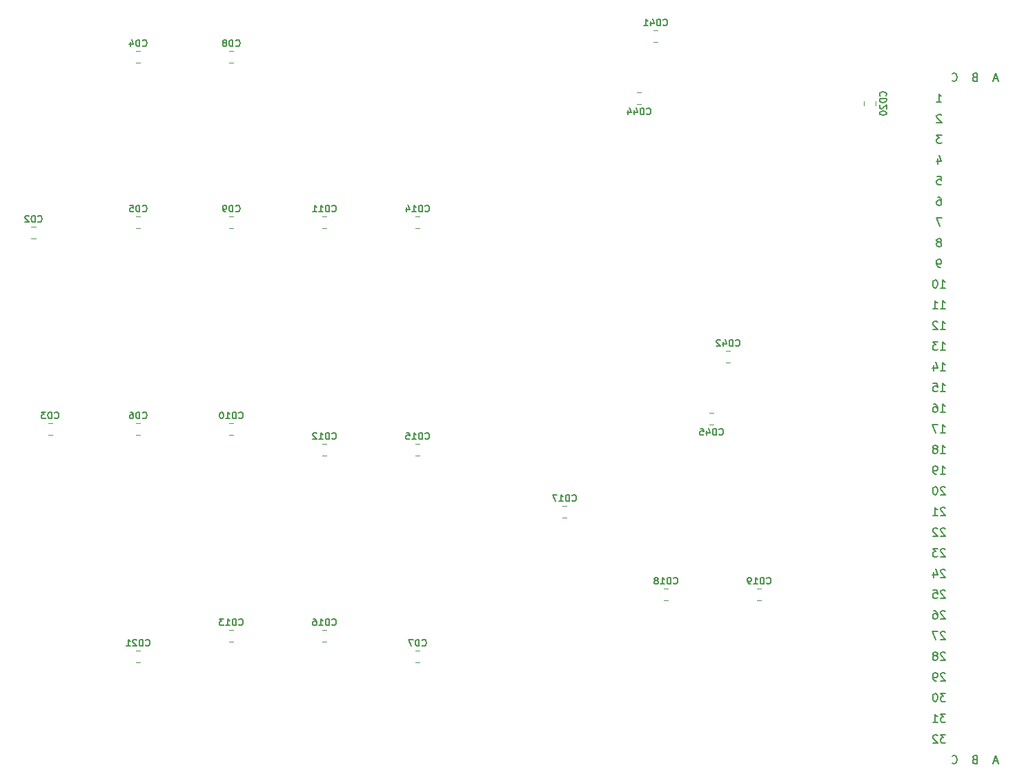
<source format=gbo>
G04 #@! TF.GenerationSoftware,KiCad,Pcbnew,(5.99.0-2039-g05a89863c)*
G04 #@! TF.CreationDate,2020-06-29T23:33:07-06:00*
G04 #@! TF.ProjectId,gfx,6766782e-6b69-4636-9164-5f7063625858,rev?*
G04 #@! TF.SameCoordinates,Original*
G04 #@! TF.FileFunction,Legend,Bot*
G04 #@! TF.FilePolarity,Positive*
%FSLAX46Y46*%
G04 Gerber Fmt 4.6, Leading zero omitted, Abs format (unit mm)*
G04 Created by KiCad (PCBNEW (5.99.0-2039-g05a89863c)) date 2020-06-29 23:33:07*
%MOMM*%
%LPD*%
G01*
G04 APERTURE LIST*
%ADD10C,0.200000*%
%ADD11C,0.152400*%
%ADD12C,0.120000*%
%ADD13O,1.600000X1.600000*%
%ADD14C,1.600000*%
%ADD15R,1.600000X1.600000*%
%ADD16C,0.800000*%
%ADD17C,6.400000*%
%ADD18R,1.300000X1.300000*%
%ADD19C,1.300000*%
%ADD20C,2.800000*%
%ADD21C,1.700000*%
%ADD22R,1.700000X1.700000*%
%ADD23O,2.400000X1.600000*%
%ADD24R,2.400000X1.600000*%
%ADD25C,2.000000*%
%ADD26C,1.270000*%
G04 APERTURE END LIST*
D10*
X238476904Y-108757619D02*
X238429285Y-108710000D01*
X238334047Y-108662380D01*
X238095952Y-108662380D01*
X238000714Y-108710000D01*
X237953095Y-108757619D01*
X237905476Y-108852857D01*
X237905476Y-108948095D01*
X237953095Y-109090952D01*
X238524523Y-109662380D01*
X237905476Y-109662380D01*
X237334047Y-109090952D02*
X237429285Y-109043333D01*
X237476904Y-108995714D01*
X237524523Y-108900476D01*
X237524523Y-108852857D01*
X237476904Y-108757619D01*
X237429285Y-108710000D01*
X237334047Y-108662380D01*
X237143571Y-108662380D01*
X237048333Y-108710000D01*
X237000714Y-108757619D01*
X236953095Y-108852857D01*
X236953095Y-108900476D01*
X237000714Y-108995714D01*
X237048333Y-109043333D01*
X237143571Y-109090952D01*
X237334047Y-109090952D01*
X237429285Y-109138571D01*
X237476904Y-109186190D01*
X237524523Y-109281428D01*
X237524523Y-109471904D01*
X237476904Y-109567142D01*
X237429285Y-109614761D01*
X237334047Y-109662380D01*
X237143571Y-109662380D01*
X237048333Y-109614761D01*
X237000714Y-109567142D01*
X236953095Y-109471904D01*
X236953095Y-109281428D01*
X237000714Y-109186190D01*
X237048333Y-109138571D01*
X237143571Y-109090952D01*
X238476904Y-106217619D02*
X238429285Y-106170000D01*
X238334047Y-106122380D01*
X238095952Y-106122380D01*
X238000714Y-106170000D01*
X237953095Y-106217619D01*
X237905476Y-106312857D01*
X237905476Y-106408095D01*
X237953095Y-106550952D01*
X238524523Y-107122380D01*
X237905476Y-107122380D01*
X237572142Y-106122380D02*
X236905476Y-106122380D01*
X237334047Y-107122380D01*
X238476904Y-101137619D02*
X238429285Y-101090000D01*
X238334047Y-101042380D01*
X238095952Y-101042380D01*
X238000714Y-101090000D01*
X237953095Y-101137619D01*
X237905476Y-101232857D01*
X237905476Y-101328095D01*
X237953095Y-101470952D01*
X238524523Y-102042380D01*
X237905476Y-102042380D01*
X237000714Y-101042380D02*
X237476904Y-101042380D01*
X237524523Y-101518571D01*
X237476904Y-101470952D01*
X237381666Y-101423333D01*
X237143571Y-101423333D01*
X237048333Y-101470952D01*
X237000714Y-101518571D01*
X236953095Y-101613809D01*
X236953095Y-101851904D01*
X237000714Y-101947142D01*
X237048333Y-101994761D01*
X237143571Y-102042380D01*
X237381666Y-102042380D01*
X237476904Y-101994761D01*
X237524523Y-101947142D01*
X238476904Y-103677619D02*
X238429285Y-103630000D01*
X238334047Y-103582380D01*
X238095952Y-103582380D01*
X238000714Y-103630000D01*
X237953095Y-103677619D01*
X237905476Y-103772857D01*
X237905476Y-103868095D01*
X237953095Y-104010952D01*
X238524523Y-104582380D01*
X237905476Y-104582380D01*
X237048333Y-103582380D02*
X237238809Y-103582380D01*
X237334047Y-103630000D01*
X237381666Y-103677619D01*
X237476904Y-103820476D01*
X237524523Y-104010952D01*
X237524523Y-104391904D01*
X237476904Y-104487142D01*
X237429285Y-104534761D01*
X237334047Y-104582380D01*
X237143571Y-104582380D01*
X237048333Y-104534761D01*
X237000714Y-104487142D01*
X236953095Y-104391904D01*
X236953095Y-104153809D01*
X237000714Y-104058571D01*
X237048333Y-104010952D01*
X237143571Y-103963333D01*
X237334047Y-103963333D01*
X237429285Y-104010952D01*
X237476904Y-104058571D01*
X237524523Y-104153809D01*
X237429285Y-41082380D02*
X238000714Y-41082380D01*
X237715000Y-41082380D02*
X237715000Y-40082380D01*
X237810238Y-40225238D01*
X237905476Y-40320476D01*
X238000714Y-40368095D01*
X238000714Y-42717619D02*
X237953095Y-42670000D01*
X237857857Y-42622380D01*
X237619761Y-42622380D01*
X237524523Y-42670000D01*
X237476904Y-42717619D01*
X237429285Y-42812857D01*
X237429285Y-42908095D01*
X237476904Y-43050952D01*
X238048333Y-43622380D01*
X237429285Y-43622380D01*
X238048333Y-45162380D02*
X237429285Y-45162380D01*
X237762619Y-45543333D01*
X237619761Y-45543333D01*
X237524523Y-45590952D01*
X237476904Y-45638571D01*
X237429285Y-45733809D01*
X237429285Y-45971904D01*
X237476904Y-46067142D01*
X237524523Y-46114761D01*
X237619761Y-46162380D01*
X237905476Y-46162380D01*
X238000714Y-46114761D01*
X238048333Y-46067142D01*
X244938095Y-122076666D02*
X244461904Y-122076666D01*
X245033333Y-122362380D02*
X244700000Y-121362380D01*
X244366666Y-122362380D01*
X242088571Y-121838571D02*
X241945714Y-121886190D01*
X241898095Y-121933809D01*
X241850476Y-122029047D01*
X241850476Y-122171904D01*
X241898095Y-122267142D01*
X241945714Y-122314761D01*
X242040952Y-122362380D01*
X242421904Y-122362380D01*
X242421904Y-121362380D01*
X242088571Y-121362380D01*
X241993333Y-121410000D01*
X241945714Y-121457619D01*
X241898095Y-121552857D01*
X241898095Y-121648095D01*
X241945714Y-121743333D01*
X241993333Y-121790952D01*
X242088571Y-121838571D01*
X242421904Y-121838571D01*
X239310476Y-122267142D02*
X239358095Y-122314761D01*
X239500952Y-122362380D01*
X239596190Y-122362380D01*
X239739047Y-122314761D01*
X239834285Y-122219523D01*
X239881904Y-122124285D01*
X239929523Y-121933809D01*
X239929523Y-121790952D01*
X239881904Y-121600476D01*
X239834285Y-121505238D01*
X239739047Y-121410000D01*
X239596190Y-121362380D01*
X239500952Y-121362380D01*
X239358095Y-121410000D01*
X239310476Y-121457619D01*
X237905476Y-74102380D02*
X238476904Y-74102380D01*
X238191190Y-74102380D02*
X238191190Y-73102380D01*
X238286428Y-73245238D01*
X238381666Y-73340476D01*
X238476904Y-73388095D01*
X237048333Y-73435714D02*
X237048333Y-74102380D01*
X237286428Y-73054761D02*
X237524523Y-73769047D01*
X236905476Y-73769047D01*
X237905476Y-76642380D02*
X238476904Y-76642380D01*
X238191190Y-76642380D02*
X238191190Y-75642380D01*
X238286428Y-75785238D01*
X238381666Y-75880476D01*
X238476904Y-75928095D01*
X237000714Y-75642380D02*
X237476904Y-75642380D01*
X237524523Y-76118571D01*
X237476904Y-76070952D01*
X237381666Y-76023333D01*
X237143571Y-76023333D01*
X237048333Y-76070952D01*
X237000714Y-76118571D01*
X236953095Y-76213809D01*
X236953095Y-76451904D01*
X237000714Y-76547142D01*
X237048333Y-76594761D01*
X237143571Y-76642380D01*
X237381666Y-76642380D01*
X237476904Y-76594761D01*
X237524523Y-76547142D01*
X238524523Y-113742380D02*
X237905476Y-113742380D01*
X238238809Y-114123333D01*
X238095952Y-114123333D01*
X238000714Y-114170952D01*
X237953095Y-114218571D01*
X237905476Y-114313809D01*
X237905476Y-114551904D01*
X237953095Y-114647142D01*
X238000714Y-114694761D01*
X238095952Y-114742380D01*
X238381666Y-114742380D01*
X238476904Y-114694761D01*
X238524523Y-114647142D01*
X237286428Y-113742380D02*
X237191190Y-113742380D01*
X237095952Y-113790000D01*
X237048333Y-113837619D01*
X237000714Y-113932857D01*
X236953095Y-114123333D01*
X236953095Y-114361428D01*
X237000714Y-114551904D01*
X237048333Y-114647142D01*
X237095952Y-114694761D01*
X237191190Y-114742380D01*
X237286428Y-114742380D01*
X237381666Y-114694761D01*
X237429285Y-114647142D01*
X237476904Y-114551904D01*
X237524523Y-114361428D01*
X237524523Y-114123333D01*
X237476904Y-113932857D01*
X237429285Y-113837619D01*
X237381666Y-113790000D01*
X237286428Y-113742380D01*
X238524523Y-116282380D02*
X237905476Y-116282380D01*
X238238809Y-116663333D01*
X238095952Y-116663333D01*
X238000714Y-116710952D01*
X237953095Y-116758571D01*
X237905476Y-116853809D01*
X237905476Y-117091904D01*
X237953095Y-117187142D01*
X238000714Y-117234761D01*
X238095952Y-117282380D01*
X238381666Y-117282380D01*
X238476904Y-117234761D01*
X238524523Y-117187142D01*
X236953095Y-117282380D02*
X237524523Y-117282380D01*
X237238809Y-117282380D02*
X237238809Y-116282380D01*
X237334047Y-116425238D01*
X237429285Y-116520476D01*
X237524523Y-116568095D01*
X238476904Y-111297619D02*
X238429285Y-111250000D01*
X238334047Y-111202380D01*
X238095952Y-111202380D01*
X238000714Y-111250000D01*
X237953095Y-111297619D01*
X237905476Y-111392857D01*
X237905476Y-111488095D01*
X237953095Y-111630952D01*
X238524523Y-112202380D01*
X237905476Y-112202380D01*
X237429285Y-112202380D02*
X237238809Y-112202380D01*
X237143571Y-112154761D01*
X237095952Y-112107142D01*
X237000714Y-111964285D01*
X236953095Y-111773809D01*
X236953095Y-111392857D01*
X237000714Y-111297619D01*
X237048333Y-111250000D01*
X237143571Y-111202380D01*
X237334047Y-111202380D01*
X237429285Y-111250000D01*
X237476904Y-111297619D01*
X237524523Y-111392857D01*
X237524523Y-111630952D01*
X237476904Y-111726190D01*
X237429285Y-111773809D01*
X237334047Y-111821428D01*
X237143571Y-111821428D01*
X237048333Y-111773809D01*
X237000714Y-111726190D01*
X236953095Y-111630952D01*
X237524523Y-48035714D02*
X237524523Y-48702380D01*
X237762619Y-47654761D02*
X238000714Y-48369047D01*
X237381666Y-48369047D01*
X237476904Y-50242380D02*
X237953095Y-50242380D01*
X238000714Y-50718571D01*
X237953095Y-50670952D01*
X237857857Y-50623333D01*
X237619761Y-50623333D01*
X237524523Y-50670952D01*
X237476904Y-50718571D01*
X237429285Y-50813809D01*
X237429285Y-51051904D01*
X237476904Y-51147142D01*
X237524523Y-51194761D01*
X237619761Y-51242380D01*
X237857857Y-51242380D01*
X237953095Y-51194761D01*
X238000714Y-51147142D01*
X237524523Y-52782380D02*
X237715000Y-52782380D01*
X237810238Y-52830000D01*
X237857857Y-52877619D01*
X237953095Y-53020476D01*
X238000714Y-53210952D01*
X238000714Y-53591904D01*
X237953095Y-53687142D01*
X237905476Y-53734761D01*
X237810238Y-53782380D01*
X237619761Y-53782380D01*
X237524523Y-53734761D01*
X237476904Y-53687142D01*
X237429285Y-53591904D01*
X237429285Y-53353809D01*
X237476904Y-53258571D01*
X237524523Y-53210952D01*
X237619761Y-53163333D01*
X237810238Y-53163333D01*
X237905476Y-53210952D01*
X237953095Y-53258571D01*
X238000714Y-53353809D01*
X238048333Y-55322380D02*
X237381666Y-55322380D01*
X237810238Y-56322380D01*
X237810238Y-58290952D02*
X237905476Y-58243333D01*
X237953095Y-58195714D01*
X238000714Y-58100476D01*
X238000714Y-58052857D01*
X237953095Y-57957619D01*
X237905476Y-57910000D01*
X237810238Y-57862380D01*
X237619761Y-57862380D01*
X237524523Y-57910000D01*
X237476904Y-57957619D01*
X237429285Y-58052857D01*
X237429285Y-58100476D01*
X237476904Y-58195714D01*
X237524523Y-58243333D01*
X237619761Y-58290952D01*
X237810238Y-58290952D01*
X237905476Y-58338571D01*
X237953095Y-58386190D01*
X238000714Y-58481428D01*
X238000714Y-58671904D01*
X237953095Y-58767142D01*
X237905476Y-58814761D01*
X237810238Y-58862380D01*
X237619761Y-58862380D01*
X237524523Y-58814761D01*
X237476904Y-58767142D01*
X237429285Y-58671904D01*
X237429285Y-58481428D01*
X237476904Y-58386190D01*
X237524523Y-58338571D01*
X237619761Y-58290952D01*
X237905476Y-61402380D02*
X237715000Y-61402380D01*
X237619761Y-61354761D01*
X237572142Y-61307142D01*
X237476904Y-61164285D01*
X237429285Y-60973809D01*
X237429285Y-60592857D01*
X237476904Y-60497619D01*
X237524523Y-60450000D01*
X237619761Y-60402380D01*
X237810238Y-60402380D01*
X237905476Y-60450000D01*
X237953095Y-60497619D01*
X238000714Y-60592857D01*
X238000714Y-60830952D01*
X237953095Y-60926190D01*
X237905476Y-60973809D01*
X237810238Y-61021428D01*
X237619761Y-61021428D01*
X237524523Y-60973809D01*
X237476904Y-60926190D01*
X237429285Y-60830952D01*
X237905476Y-63942380D02*
X238476904Y-63942380D01*
X238191190Y-63942380D02*
X238191190Y-62942380D01*
X238286428Y-63085238D01*
X238381666Y-63180476D01*
X238476904Y-63228095D01*
X237286428Y-62942380D02*
X237191190Y-62942380D01*
X237095952Y-62990000D01*
X237048333Y-63037619D01*
X237000714Y-63132857D01*
X236953095Y-63323333D01*
X236953095Y-63561428D01*
X237000714Y-63751904D01*
X237048333Y-63847142D01*
X237095952Y-63894761D01*
X237191190Y-63942380D01*
X237286428Y-63942380D01*
X237381666Y-63894761D01*
X237429285Y-63847142D01*
X237476904Y-63751904D01*
X237524523Y-63561428D01*
X237524523Y-63323333D01*
X237476904Y-63132857D01*
X237429285Y-63037619D01*
X237381666Y-62990000D01*
X237286428Y-62942380D01*
X237905476Y-66482380D02*
X238476904Y-66482380D01*
X238191190Y-66482380D02*
X238191190Y-65482380D01*
X238286428Y-65625238D01*
X238381666Y-65720476D01*
X238476904Y-65768095D01*
X236953095Y-66482380D02*
X237524523Y-66482380D01*
X237238809Y-66482380D02*
X237238809Y-65482380D01*
X237334047Y-65625238D01*
X237429285Y-65720476D01*
X237524523Y-65768095D01*
X237905476Y-69022380D02*
X238476904Y-69022380D01*
X238191190Y-69022380D02*
X238191190Y-68022380D01*
X238286428Y-68165238D01*
X238381666Y-68260476D01*
X238476904Y-68308095D01*
X237524523Y-68117619D02*
X237476904Y-68070000D01*
X237381666Y-68022380D01*
X237143571Y-68022380D01*
X237048333Y-68070000D01*
X237000714Y-68117619D01*
X236953095Y-68212857D01*
X236953095Y-68308095D01*
X237000714Y-68450952D01*
X237572142Y-69022380D01*
X236953095Y-69022380D01*
X237905476Y-71562380D02*
X238476904Y-71562380D01*
X238191190Y-71562380D02*
X238191190Y-70562380D01*
X238286428Y-70705238D01*
X238381666Y-70800476D01*
X238476904Y-70848095D01*
X237572142Y-70562380D02*
X236953095Y-70562380D01*
X237286428Y-70943333D01*
X237143571Y-70943333D01*
X237048333Y-70990952D01*
X237000714Y-71038571D01*
X236953095Y-71133809D01*
X236953095Y-71371904D01*
X237000714Y-71467142D01*
X237048333Y-71514761D01*
X237143571Y-71562380D01*
X237429285Y-71562380D01*
X237524523Y-71514761D01*
X237572142Y-71467142D01*
X239310476Y-38447142D02*
X239358095Y-38494761D01*
X239500952Y-38542380D01*
X239596190Y-38542380D01*
X239739047Y-38494761D01*
X239834285Y-38399523D01*
X239881904Y-38304285D01*
X239929523Y-38113809D01*
X239929523Y-37970952D01*
X239881904Y-37780476D01*
X239834285Y-37685238D01*
X239739047Y-37590000D01*
X239596190Y-37542380D01*
X239500952Y-37542380D01*
X239358095Y-37590000D01*
X239310476Y-37637619D01*
X242088571Y-38018571D02*
X241945714Y-38066190D01*
X241898095Y-38113809D01*
X241850476Y-38209047D01*
X241850476Y-38351904D01*
X241898095Y-38447142D01*
X241945714Y-38494761D01*
X242040952Y-38542380D01*
X242421904Y-38542380D01*
X242421904Y-37542380D01*
X242088571Y-37542380D01*
X241993333Y-37590000D01*
X241945714Y-37637619D01*
X241898095Y-37732857D01*
X241898095Y-37828095D01*
X241945714Y-37923333D01*
X241993333Y-37970952D01*
X242088571Y-38018571D01*
X242421904Y-38018571D01*
X244938095Y-38256666D02*
X244461904Y-38256666D01*
X245033333Y-38542380D02*
X244700000Y-37542380D01*
X244366666Y-38542380D01*
X238524523Y-118822380D02*
X237905476Y-118822380D01*
X238238809Y-119203333D01*
X238095952Y-119203333D01*
X238000714Y-119250952D01*
X237953095Y-119298571D01*
X237905476Y-119393809D01*
X237905476Y-119631904D01*
X237953095Y-119727142D01*
X238000714Y-119774761D01*
X238095952Y-119822380D01*
X238381666Y-119822380D01*
X238476904Y-119774761D01*
X238524523Y-119727142D01*
X237524523Y-118917619D02*
X237476904Y-118870000D01*
X237381666Y-118822380D01*
X237143571Y-118822380D01*
X237048333Y-118870000D01*
X237000714Y-118917619D01*
X236953095Y-119012857D01*
X236953095Y-119108095D01*
X237000714Y-119250952D01*
X237572142Y-119822380D01*
X236953095Y-119822380D01*
X237905476Y-79182380D02*
X238476904Y-79182380D01*
X238191190Y-79182380D02*
X238191190Y-78182380D01*
X238286428Y-78325238D01*
X238381666Y-78420476D01*
X238476904Y-78468095D01*
X237048333Y-78182380D02*
X237238809Y-78182380D01*
X237334047Y-78230000D01*
X237381666Y-78277619D01*
X237476904Y-78420476D01*
X237524523Y-78610952D01*
X237524523Y-78991904D01*
X237476904Y-79087142D01*
X237429285Y-79134761D01*
X237334047Y-79182380D01*
X237143571Y-79182380D01*
X237048333Y-79134761D01*
X237000714Y-79087142D01*
X236953095Y-78991904D01*
X236953095Y-78753809D01*
X237000714Y-78658571D01*
X237048333Y-78610952D01*
X237143571Y-78563333D01*
X237334047Y-78563333D01*
X237429285Y-78610952D01*
X237476904Y-78658571D01*
X237524523Y-78753809D01*
X237905476Y-81722380D02*
X238476904Y-81722380D01*
X238191190Y-81722380D02*
X238191190Y-80722380D01*
X238286428Y-80865238D01*
X238381666Y-80960476D01*
X238476904Y-81008095D01*
X237572142Y-80722380D02*
X236905476Y-80722380D01*
X237334047Y-81722380D01*
X237905476Y-84262380D02*
X238476904Y-84262380D01*
X238191190Y-84262380D02*
X238191190Y-83262380D01*
X238286428Y-83405238D01*
X238381666Y-83500476D01*
X238476904Y-83548095D01*
X237334047Y-83690952D02*
X237429285Y-83643333D01*
X237476904Y-83595714D01*
X237524523Y-83500476D01*
X237524523Y-83452857D01*
X237476904Y-83357619D01*
X237429285Y-83310000D01*
X237334047Y-83262380D01*
X237143571Y-83262380D01*
X237048333Y-83310000D01*
X237000714Y-83357619D01*
X236953095Y-83452857D01*
X236953095Y-83500476D01*
X237000714Y-83595714D01*
X237048333Y-83643333D01*
X237143571Y-83690952D01*
X237334047Y-83690952D01*
X237429285Y-83738571D01*
X237476904Y-83786190D01*
X237524523Y-83881428D01*
X237524523Y-84071904D01*
X237476904Y-84167142D01*
X237429285Y-84214761D01*
X237334047Y-84262380D01*
X237143571Y-84262380D01*
X237048333Y-84214761D01*
X237000714Y-84167142D01*
X236953095Y-84071904D01*
X236953095Y-83881428D01*
X237000714Y-83786190D01*
X237048333Y-83738571D01*
X237143571Y-83690952D01*
X237905476Y-86802380D02*
X238476904Y-86802380D01*
X238191190Y-86802380D02*
X238191190Y-85802380D01*
X238286428Y-85945238D01*
X238381666Y-86040476D01*
X238476904Y-86088095D01*
X237429285Y-86802380D02*
X237238809Y-86802380D01*
X237143571Y-86754761D01*
X237095952Y-86707142D01*
X237000714Y-86564285D01*
X236953095Y-86373809D01*
X236953095Y-85992857D01*
X237000714Y-85897619D01*
X237048333Y-85850000D01*
X237143571Y-85802380D01*
X237334047Y-85802380D01*
X237429285Y-85850000D01*
X237476904Y-85897619D01*
X237524523Y-85992857D01*
X237524523Y-86230952D01*
X237476904Y-86326190D01*
X237429285Y-86373809D01*
X237334047Y-86421428D01*
X237143571Y-86421428D01*
X237048333Y-86373809D01*
X237000714Y-86326190D01*
X236953095Y-86230952D01*
X238476904Y-88437619D02*
X238429285Y-88390000D01*
X238334047Y-88342380D01*
X238095952Y-88342380D01*
X238000714Y-88390000D01*
X237953095Y-88437619D01*
X237905476Y-88532857D01*
X237905476Y-88628095D01*
X237953095Y-88770952D01*
X238524523Y-89342380D01*
X237905476Y-89342380D01*
X237286428Y-88342380D02*
X237191190Y-88342380D01*
X237095952Y-88390000D01*
X237048333Y-88437619D01*
X237000714Y-88532857D01*
X236953095Y-88723333D01*
X236953095Y-88961428D01*
X237000714Y-89151904D01*
X237048333Y-89247142D01*
X237095952Y-89294761D01*
X237191190Y-89342380D01*
X237286428Y-89342380D01*
X237381666Y-89294761D01*
X237429285Y-89247142D01*
X237476904Y-89151904D01*
X237524523Y-88961428D01*
X237524523Y-88723333D01*
X237476904Y-88532857D01*
X237429285Y-88437619D01*
X237381666Y-88390000D01*
X237286428Y-88342380D01*
X238476904Y-90977619D02*
X238429285Y-90930000D01*
X238334047Y-90882380D01*
X238095952Y-90882380D01*
X238000714Y-90930000D01*
X237953095Y-90977619D01*
X237905476Y-91072857D01*
X237905476Y-91168095D01*
X237953095Y-91310952D01*
X238524523Y-91882380D01*
X237905476Y-91882380D01*
X236953095Y-91882380D02*
X237524523Y-91882380D01*
X237238809Y-91882380D02*
X237238809Y-90882380D01*
X237334047Y-91025238D01*
X237429285Y-91120476D01*
X237524523Y-91168095D01*
X238476904Y-93517619D02*
X238429285Y-93470000D01*
X238334047Y-93422380D01*
X238095952Y-93422380D01*
X238000714Y-93470000D01*
X237953095Y-93517619D01*
X237905476Y-93612857D01*
X237905476Y-93708095D01*
X237953095Y-93850952D01*
X238524523Y-94422380D01*
X237905476Y-94422380D01*
X237524523Y-93517619D02*
X237476904Y-93470000D01*
X237381666Y-93422380D01*
X237143571Y-93422380D01*
X237048333Y-93470000D01*
X237000714Y-93517619D01*
X236953095Y-93612857D01*
X236953095Y-93708095D01*
X237000714Y-93850952D01*
X237572142Y-94422380D01*
X236953095Y-94422380D01*
X238476904Y-96057619D02*
X238429285Y-96010000D01*
X238334047Y-95962380D01*
X238095952Y-95962380D01*
X238000714Y-96010000D01*
X237953095Y-96057619D01*
X237905476Y-96152857D01*
X237905476Y-96248095D01*
X237953095Y-96390952D01*
X238524523Y-96962380D01*
X237905476Y-96962380D01*
X237572142Y-95962380D02*
X236953095Y-95962380D01*
X237286428Y-96343333D01*
X237143571Y-96343333D01*
X237048333Y-96390952D01*
X237000714Y-96438571D01*
X236953095Y-96533809D01*
X236953095Y-96771904D01*
X237000714Y-96867142D01*
X237048333Y-96914761D01*
X237143571Y-96962380D01*
X237429285Y-96962380D01*
X237524523Y-96914761D01*
X237572142Y-96867142D01*
X238476904Y-98597619D02*
X238429285Y-98550000D01*
X238334047Y-98502380D01*
X238095952Y-98502380D01*
X238000714Y-98550000D01*
X237953095Y-98597619D01*
X237905476Y-98692857D01*
X237905476Y-98788095D01*
X237953095Y-98930952D01*
X238524523Y-99502380D01*
X237905476Y-99502380D01*
X237048333Y-98835714D02*
X237048333Y-99502380D01*
X237286428Y-98454761D02*
X237524523Y-99169047D01*
X236905476Y-99169047D01*
D11*
X210732914Y-81950285D02*
X210771619Y-81988990D01*
X210887733Y-82027695D01*
X210965142Y-82027695D01*
X211081257Y-81988990D01*
X211158666Y-81911580D01*
X211197371Y-81834171D01*
X211236076Y-81679352D01*
X211236076Y-81563238D01*
X211197371Y-81408419D01*
X211158666Y-81331009D01*
X211081257Y-81253600D01*
X210965142Y-81214895D01*
X210887733Y-81214895D01*
X210771619Y-81253600D01*
X210732914Y-81292304D01*
X210384571Y-82027695D02*
X210384571Y-81214895D01*
X210191047Y-81214895D01*
X210074933Y-81253600D01*
X209997523Y-81331009D01*
X209958819Y-81408419D01*
X209920114Y-81563238D01*
X209920114Y-81679352D01*
X209958819Y-81834171D01*
X209997523Y-81911580D01*
X210074933Y-81988990D01*
X210191047Y-82027695D01*
X210384571Y-82027695D01*
X209223428Y-81485828D02*
X209223428Y-82027695D01*
X209416952Y-81176190D02*
X209610476Y-81756761D01*
X209107314Y-81756761D01*
X208410628Y-81214895D02*
X208797676Y-81214895D01*
X208836380Y-81601942D01*
X208797676Y-81563238D01*
X208720266Y-81524533D01*
X208526742Y-81524533D01*
X208449333Y-81563238D01*
X208410628Y-81601942D01*
X208371923Y-81679352D01*
X208371923Y-81872876D01*
X208410628Y-81950285D01*
X208449333Y-81988990D01*
X208526742Y-82027695D01*
X208720266Y-82027695D01*
X208797676Y-81988990D01*
X208836380Y-81950285D01*
X201842914Y-42580285D02*
X201881619Y-42618990D01*
X201997733Y-42657695D01*
X202075142Y-42657695D01*
X202191257Y-42618990D01*
X202268666Y-42541580D01*
X202307371Y-42464171D01*
X202346076Y-42309352D01*
X202346076Y-42193238D01*
X202307371Y-42038419D01*
X202268666Y-41961009D01*
X202191257Y-41883600D01*
X202075142Y-41844895D01*
X201997733Y-41844895D01*
X201881619Y-41883600D01*
X201842914Y-41922304D01*
X201494571Y-42657695D02*
X201494571Y-41844895D01*
X201301047Y-41844895D01*
X201184933Y-41883600D01*
X201107523Y-41961009D01*
X201068819Y-42038419D01*
X201030114Y-42193238D01*
X201030114Y-42309352D01*
X201068819Y-42464171D01*
X201107523Y-42541580D01*
X201184933Y-42618990D01*
X201301047Y-42657695D01*
X201494571Y-42657695D01*
X200333428Y-42115828D02*
X200333428Y-42657695D01*
X200526952Y-41806190D02*
X200720476Y-42386761D01*
X200217314Y-42386761D01*
X199559333Y-42115828D02*
X199559333Y-42657695D01*
X199752857Y-41806190D02*
X199946380Y-42386761D01*
X199443219Y-42386761D01*
X212764914Y-71030285D02*
X212803619Y-71068990D01*
X212919733Y-71107695D01*
X212997142Y-71107695D01*
X213113257Y-71068990D01*
X213190666Y-70991580D01*
X213229371Y-70914171D01*
X213268076Y-70759352D01*
X213268076Y-70643238D01*
X213229371Y-70488419D01*
X213190666Y-70411009D01*
X213113257Y-70333600D01*
X212997142Y-70294895D01*
X212919733Y-70294895D01*
X212803619Y-70333600D01*
X212764914Y-70372304D01*
X212416571Y-71107695D02*
X212416571Y-70294895D01*
X212223047Y-70294895D01*
X212106933Y-70333600D01*
X212029523Y-70411009D01*
X211990819Y-70488419D01*
X211952114Y-70643238D01*
X211952114Y-70759352D01*
X211990819Y-70914171D01*
X212029523Y-70991580D01*
X212106933Y-71068990D01*
X212223047Y-71107695D01*
X212416571Y-71107695D01*
X211255428Y-70565828D02*
X211255428Y-71107695D01*
X211448952Y-70256190D02*
X211642476Y-70836761D01*
X211139314Y-70836761D01*
X210868380Y-70372304D02*
X210829676Y-70333600D01*
X210752266Y-70294895D01*
X210558742Y-70294895D01*
X210481333Y-70333600D01*
X210442628Y-70372304D01*
X210403923Y-70449714D01*
X210403923Y-70527123D01*
X210442628Y-70643238D01*
X210907085Y-71107695D01*
X210403923Y-71107695D01*
X203874914Y-31660285D02*
X203913619Y-31698990D01*
X204029733Y-31737695D01*
X204107142Y-31737695D01*
X204223257Y-31698990D01*
X204300666Y-31621580D01*
X204339371Y-31544171D01*
X204378076Y-31389352D01*
X204378076Y-31273238D01*
X204339371Y-31118419D01*
X204300666Y-31041009D01*
X204223257Y-30963600D01*
X204107142Y-30924895D01*
X204029733Y-30924895D01*
X203913619Y-30963600D01*
X203874914Y-31002304D01*
X203526571Y-31737695D02*
X203526571Y-30924895D01*
X203333047Y-30924895D01*
X203216933Y-30963600D01*
X203139523Y-31041009D01*
X203100819Y-31118419D01*
X203062114Y-31273238D01*
X203062114Y-31389352D01*
X203100819Y-31544171D01*
X203139523Y-31621580D01*
X203216933Y-31698990D01*
X203333047Y-31737695D01*
X203526571Y-31737695D01*
X202365428Y-31195828D02*
X202365428Y-31737695D01*
X202558952Y-30886190D02*
X202752476Y-31466761D01*
X202249314Y-31466761D01*
X201513923Y-31737695D02*
X201978380Y-31737695D01*
X201746152Y-31737695D02*
X201746152Y-30924895D01*
X201823561Y-31041009D01*
X201900971Y-31118419D01*
X201978380Y-31157123D01*
X140374914Y-107860285D02*
X140413619Y-107898990D01*
X140529733Y-107937695D01*
X140607142Y-107937695D01*
X140723257Y-107898990D01*
X140800666Y-107821580D01*
X140839371Y-107744171D01*
X140878076Y-107589352D01*
X140878076Y-107473238D01*
X140839371Y-107318419D01*
X140800666Y-107241009D01*
X140723257Y-107163600D01*
X140607142Y-107124895D01*
X140529733Y-107124895D01*
X140413619Y-107163600D01*
X140374914Y-107202304D01*
X140026571Y-107937695D02*
X140026571Y-107124895D01*
X139833047Y-107124895D01*
X139716933Y-107163600D01*
X139639523Y-107241009D01*
X139600819Y-107318419D01*
X139562114Y-107473238D01*
X139562114Y-107589352D01*
X139600819Y-107744171D01*
X139639523Y-107821580D01*
X139716933Y-107898990D01*
X139833047Y-107937695D01*
X140026571Y-107937695D01*
X139252476Y-107202304D02*
X139213771Y-107163600D01*
X139136361Y-107124895D01*
X138942838Y-107124895D01*
X138865428Y-107163600D01*
X138826723Y-107202304D01*
X138788019Y-107279714D01*
X138788019Y-107357123D01*
X138826723Y-107473238D01*
X139291180Y-107937695D01*
X138788019Y-107937695D01*
X138013923Y-107937695D02*
X138478380Y-107937695D01*
X138246152Y-107937695D02*
X138246152Y-107124895D01*
X138323561Y-107241009D01*
X138400971Y-107318419D01*
X138478380Y-107357123D01*
X139987866Y-79920285D02*
X140026571Y-79958990D01*
X140142685Y-79997695D01*
X140220095Y-79997695D01*
X140336209Y-79958990D01*
X140413619Y-79881580D01*
X140452323Y-79804171D01*
X140491028Y-79649352D01*
X140491028Y-79533238D01*
X140452323Y-79378419D01*
X140413619Y-79301009D01*
X140336209Y-79223600D01*
X140220095Y-79184895D01*
X140142685Y-79184895D01*
X140026571Y-79223600D01*
X139987866Y-79262304D01*
X139639523Y-79997695D02*
X139639523Y-79184895D01*
X139446000Y-79184895D01*
X139329885Y-79223600D01*
X139252476Y-79301009D01*
X139213771Y-79378419D01*
X139175066Y-79533238D01*
X139175066Y-79649352D01*
X139213771Y-79804171D01*
X139252476Y-79881580D01*
X139329885Y-79958990D01*
X139446000Y-79997695D01*
X139639523Y-79997695D01*
X138478380Y-79184895D02*
X138633200Y-79184895D01*
X138710609Y-79223600D01*
X138749314Y-79262304D01*
X138826723Y-79378419D01*
X138865428Y-79533238D01*
X138865428Y-79842876D01*
X138826723Y-79920285D01*
X138788019Y-79958990D01*
X138710609Y-79997695D01*
X138555790Y-79997695D01*
X138478380Y-79958990D01*
X138439676Y-79920285D01*
X138400971Y-79842876D01*
X138400971Y-79649352D01*
X138439676Y-79571942D01*
X138478380Y-79533238D01*
X138555790Y-79494533D01*
X138710609Y-79494533D01*
X138788019Y-79533238D01*
X138826723Y-79571942D01*
X138865428Y-79649352D01*
X231175285Y-40346085D02*
X231213990Y-40307380D01*
X231252695Y-40191266D01*
X231252695Y-40113857D01*
X231213990Y-39997742D01*
X231136580Y-39920333D01*
X231059171Y-39881628D01*
X230904352Y-39842923D01*
X230788238Y-39842923D01*
X230633419Y-39881628D01*
X230556009Y-39920333D01*
X230478600Y-39997742D01*
X230439895Y-40113857D01*
X230439895Y-40191266D01*
X230478600Y-40307380D01*
X230517304Y-40346085D01*
X231252695Y-40694428D02*
X230439895Y-40694428D01*
X230439895Y-40887952D01*
X230478600Y-41004066D01*
X230556009Y-41081476D01*
X230633419Y-41120180D01*
X230788238Y-41158885D01*
X230904352Y-41158885D01*
X231059171Y-41120180D01*
X231136580Y-41081476D01*
X231213990Y-41004066D01*
X231252695Y-40887952D01*
X231252695Y-40694428D01*
X230517304Y-41468523D02*
X230478600Y-41507228D01*
X230439895Y-41584638D01*
X230439895Y-41778161D01*
X230478600Y-41855571D01*
X230517304Y-41894276D01*
X230594714Y-41932980D01*
X230672123Y-41932980D01*
X230788238Y-41894276D01*
X231252695Y-41429819D01*
X231252695Y-41932980D01*
X230439895Y-42436142D02*
X230439895Y-42513552D01*
X230478600Y-42590961D01*
X230517304Y-42629666D01*
X230594714Y-42668371D01*
X230749533Y-42707076D01*
X230943057Y-42707076D01*
X231097876Y-42668371D01*
X231175285Y-42629666D01*
X231213990Y-42590961D01*
X231252695Y-42513552D01*
X231252695Y-42436142D01*
X231213990Y-42358733D01*
X231175285Y-42320028D01*
X231097876Y-42281323D01*
X230943057Y-42242619D01*
X230749533Y-42242619D01*
X230594714Y-42281323D01*
X230517304Y-42320028D01*
X230478600Y-42358733D01*
X230439895Y-42436142D01*
X216574914Y-100240285D02*
X216613619Y-100278990D01*
X216729733Y-100317695D01*
X216807142Y-100317695D01*
X216923257Y-100278990D01*
X217000666Y-100201580D01*
X217039371Y-100124171D01*
X217078076Y-99969352D01*
X217078076Y-99853238D01*
X217039371Y-99698419D01*
X217000666Y-99621009D01*
X216923257Y-99543600D01*
X216807142Y-99504895D01*
X216729733Y-99504895D01*
X216613619Y-99543600D01*
X216574914Y-99582304D01*
X216226571Y-100317695D02*
X216226571Y-99504895D01*
X216033047Y-99504895D01*
X215916933Y-99543600D01*
X215839523Y-99621009D01*
X215800819Y-99698419D01*
X215762114Y-99853238D01*
X215762114Y-99969352D01*
X215800819Y-100124171D01*
X215839523Y-100201580D01*
X215916933Y-100278990D01*
X216033047Y-100317695D01*
X216226571Y-100317695D01*
X214988019Y-100317695D02*
X215452476Y-100317695D01*
X215220247Y-100317695D02*
X215220247Y-99504895D01*
X215297657Y-99621009D01*
X215375066Y-99698419D01*
X215452476Y-99737123D01*
X214600971Y-100317695D02*
X214446152Y-100317695D01*
X214368742Y-100278990D01*
X214330038Y-100240285D01*
X214252628Y-100124171D01*
X214213923Y-99969352D01*
X214213923Y-99659714D01*
X214252628Y-99582304D01*
X214291333Y-99543600D01*
X214368742Y-99504895D01*
X214523561Y-99504895D01*
X214600971Y-99543600D01*
X214639676Y-99582304D01*
X214678380Y-99659714D01*
X214678380Y-99853238D01*
X214639676Y-99930647D01*
X214600971Y-99969352D01*
X214523561Y-100008057D01*
X214368742Y-100008057D01*
X214291333Y-99969352D01*
X214252628Y-99930647D01*
X214213923Y-99853238D01*
X205144914Y-100240285D02*
X205183619Y-100278990D01*
X205299733Y-100317695D01*
X205377142Y-100317695D01*
X205493257Y-100278990D01*
X205570666Y-100201580D01*
X205609371Y-100124171D01*
X205648076Y-99969352D01*
X205648076Y-99853238D01*
X205609371Y-99698419D01*
X205570666Y-99621009D01*
X205493257Y-99543600D01*
X205377142Y-99504895D01*
X205299733Y-99504895D01*
X205183619Y-99543600D01*
X205144914Y-99582304D01*
X204796571Y-100317695D02*
X204796571Y-99504895D01*
X204603047Y-99504895D01*
X204486933Y-99543600D01*
X204409523Y-99621009D01*
X204370819Y-99698419D01*
X204332114Y-99853238D01*
X204332114Y-99969352D01*
X204370819Y-100124171D01*
X204409523Y-100201580D01*
X204486933Y-100278990D01*
X204603047Y-100317695D01*
X204796571Y-100317695D01*
X203558019Y-100317695D02*
X204022476Y-100317695D01*
X203790247Y-100317695D02*
X203790247Y-99504895D01*
X203867657Y-99621009D01*
X203945066Y-99698419D01*
X204022476Y-99737123D01*
X203093561Y-99853238D02*
X203170971Y-99814533D01*
X203209676Y-99775828D01*
X203248380Y-99698419D01*
X203248380Y-99659714D01*
X203209676Y-99582304D01*
X203170971Y-99543600D01*
X203093561Y-99504895D01*
X202938742Y-99504895D01*
X202861333Y-99543600D01*
X202822628Y-99582304D01*
X202783923Y-99659714D01*
X202783923Y-99698419D01*
X202822628Y-99775828D01*
X202861333Y-99814533D01*
X202938742Y-99853238D01*
X203093561Y-99853238D01*
X203170971Y-99891942D01*
X203209676Y-99930647D01*
X203248380Y-100008057D01*
X203248380Y-100162876D01*
X203209676Y-100240285D01*
X203170971Y-100278990D01*
X203093561Y-100317695D01*
X202938742Y-100317695D01*
X202861333Y-100278990D01*
X202822628Y-100240285D01*
X202783923Y-100162876D01*
X202783923Y-100008057D01*
X202822628Y-99930647D01*
X202861333Y-99891942D01*
X202938742Y-99853238D01*
X192698914Y-90080285D02*
X192737619Y-90118990D01*
X192853733Y-90157695D01*
X192931142Y-90157695D01*
X193047257Y-90118990D01*
X193124666Y-90041580D01*
X193163371Y-89964171D01*
X193202076Y-89809352D01*
X193202076Y-89693238D01*
X193163371Y-89538419D01*
X193124666Y-89461009D01*
X193047257Y-89383600D01*
X192931142Y-89344895D01*
X192853733Y-89344895D01*
X192737619Y-89383600D01*
X192698914Y-89422304D01*
X192350571Y-90157695D02*
X192350571Y-89344895D01*
X192157047Y-89344895D01*
X192040933Y-89383600D01*
X191963523Y-89461009D01*
X191924819Y-89538419D01*
X191886114Y-89693238D01*
X191886114Y-89809352D01*
X191924819Y-89964171D01*
X191963523Y-90041580D01*
X192040933Y-90118990D01*
X192157047Y-90157695D01*
X192350571Y-90157695D01*
X191112019Y-90157695D02*
X191576476Y-90157695D01*
X191344247Y-90157695D02*
X191344247Y-89344895D01*
X191421657Y-89461009D01*
X191499066Y-89538419D01*
X191576476Y-89577123D01*
X190841085Y-89344895D02*
X190299219Y-89344895D01*
X190647561Y-90157695D01*
X163234914Y-105320285D02*
X163273619Y-105358990D01*
X163389733Y-105397695D01*
X163467142Y-105397695D01*
X163583257Y-105358990D01*
X163660666Y-105281580D01*
X163699371Y-105204171D01*
X163738076Y-105049352D01*
X163738076Y-104933238D01*
X163699371Y-104778419D01*
X163660666Y-104701009D01*
X163583257Y-104623600D01*
X163467142Y-104584895D01*
X163389733Y-104584895D01*
X163273619Y-104623600D01*
X163234914Y-104662304D01*
X162886571Y-105397695D02*
X162886571Y-104584895D01*
X162693047Y-104584895D01*
X162576933Y-104623600D01*
X162499523Y-104701009D01*
X162460819Y-104778419D01*
X162422114Y-104933238D01*
X162422114Y-105049352D01*
X162460819Y-105204171D01*
X162499523Y-105281580D01*
X162576933Y-105358990D01*
X162693047Y-105397695D01*
X162886571Y-105397695D01*
X161648019Y-105397695D02*
X162112476Y-105397695D01*
X161880247Y-105397695D02*
X161880247Y-104584895D01*
X161957657Y-104701009D01*
X162035066Y-104778419D01*
X162112476Y-104817123D01*
X160951333Y-104584895D02*
X161106152Y-104584895D01*
X161183561Y-104623600D01*
X161222266Y-104662304D01*
X161299676Y-104778419D01*
X161338380Y-104933238D01*
X161338380Y-105242876D01*
X161299676Y-105320285D01*
X161260971Y-105358990D01*
X161183561Y-105397695D01*
X161028742Y-105397695D01*
X160951333Y-105358990D01*
X160912628Y-105320285D01*
X160873923Y-105242876D01*
X160873923Y-105049352D01*
X160912628Y-104971942D01*
X160951333Y-104933238D01*
X161028742Y-104894533D01*
X161183561Y-104894533D01*
X161260971Y-104933238D01*
X161299676Y-104971942D01*
X161338380Y-105049352D01*
X174664914Y-82460285D02*
X174703619Y-82498990D01*
X174819733Y-82537695D01*
X174897142Y-82537695D01*
X175013257Y-82498990D01*
X175090666Y-82421580D01*
X175129371Y-82344171D01*
X175168076Y-82189352D01*
X175168076Y-82073238D01*
X175129371Y-81918419D01*
X175090666Y-81841009D01*
X175013257Y-81763600D01*
X174897142Y-81724895D01*
X174819733Y-81724895D01*
X174703619Y-81763600D01*
X174664914Y-81802304D01*
X174316571Y-82537695D02*
X174316571Y-81724895D01*
X174123047Y-81724895D01*
X174006933Y-81763600D01*
X173929523Y-81841009D01*
X173890819Y-81918419D01*
X173852114Y-82073238D01*
X173852114Y-82189352D01*
X173890819Y-82344171D01*
X173929523Y-82421580D01*
X174006933Y-82498990D01*
X174123047Y-82537695D01*
X174316571Y-82537695D01*
X173078019Y-82537695D02*
X173542476Y-82537695D01*
X173310247Y-82537695D02*
X173310247Y-81724895D01*
X173387657Y-81841009D01*
X173465066Y-81918419D01*
X173542476Y-81957123D01*
X172342628Y-81724895D02*
X172729676Y-81724895D01*
X172768380Y-82111942D01*
X172729676Y-82073238D01*
X172652266Y-82034533D01*
X172458742Y-82034533D01*
X172381333Y-82073238D01*
X172342628Y-82111942D01*
X172303923Y-82189352D01*
X172303923Y-82382876D01*
X172342628Y-82460285D01*
X172381333Y-82498990D01*
X172458742Y-82537695D01*
X172652266Y-82537695D01*
X172729676Y-82498990D01*
X172768380Y-82460285D01*
X174664914Y-54520285D02*
X174703619Y-54558990D01*
X174819733Y-54597695D01*
X174897142Y-54597695D01*
X175013257Y-54558990D01*
X175090666Y-54481580D01*
X175129371Y-54404171D01*
X175168076Y-54249352D01*
X175168076Y-54133238D01*
X175129371Y-53978419D01*
X175090666Y-53901009D01*
X175013257Y-53823600D01*
X174897142Y-53784895D01*
X174819733Y-53784895D01*
X174703619Y-53823600D01*
X174664914Y-53862304D01*
X174316571Y-54597695D02*
X174316571Y-53784895D01*
X174123047Y-53784895D01*
X174006933Y-53823600D01*
X173929523Y-53901009D01*
X173890819Y-53978419D01*
X173852114Y-54133238D01*
X173852114Y-54249352D01*
X173890819Y-54404171D01*
X173929523Y-54481580D01*
X174006933Y-54558990D01*
X174123047Y-54597695D01*
X174316571Y-54597695D01*
X173078019Y-54597695D02*
X173542476Y-54597695D01*
X173310247Y-54597695D02*
X173310247Y-53784895D01*
X173387657Y-53901009D01*
X173465066Y-53978419D01*
X173542476Y-54017123D01*
X172381333Y-54055828D02*
X172381333Y-54597695D01*
X172574857Y-53746190D02*
X172768380Y-54326761D01*
X172265219Y-54326761D01*
X151804914Y-105320285D02*
X151843619Y-105358990D01*
X151959733Y-105397695D01*
X152037142Y-105397695D01*
X152153257Y-105358990D01*
X152230666Y-105281580D01*
X152269371Y-105204171D01*
X152308076Y-105049352D01*
X152308076Y-104933238D01*
X152269371Y-104778419D01*
X152230666Y-104701009D01*
X152153257Y-104623600D01*
X152037142Y-104584895D01*
X151959733Y-104584895D01*
X151843619Y-104623600D01*
X151804914Y-104662304D01*
X151456571Y-105397695D02*
X151456571Y-104584895D01*
X151263047Y-104584895D01*
X151146933Y-104623600D01*
X151069523Y-104701009D01*
X151030819Y-104778419D01*
X150992114Y-104933238D01*
X150992114Y-105049352D01*
X151030819Y-105204171D01*
X151069523Y-105281580D01*
X151146933Y-105358990D01*
X151263047Y-105397695D01*
X151456571Y-105397695D01*
X150218019Y-105397695D02*
X150682476Y-105397695D01*
X150450247Y-105397695D02*
X150450247Y-104584895D01*
X150527657Y-104701009D01*
X150605066Y-104778419D01*
X150682476Y-104817123D01*
X149947085Y-104584895D02*
X149443923Y-104584895D01*
X149714857Y-104894533D01*
X149598742Y-104894533D01*
X149521333Y-104933238D01*
X149482628Y-104971942D01*
X149443923Y-105049352D01*
X149443923Y-105242876D01*
X149482628Y-105320285D01*
X149521333Y-105358990D01*
X149598742Y-105397695D01*
X149830971Y-105397695D01*
X149908380Y-105358990D01*
X149947085Y-105320285D01*
X163234914Y-82460285D02*
X163273619Y-82498990D01*
X163389733Y-82537695D01*
X163467142Y-82537695D01*
X163583257Y-82498990D01*
X163660666Y-82421580D01*
X163699371Y-82344171D01*
X163738076Y-82189352D01*
X163738076Y-82073238D01*
X163699371Y-81918419D01*
X163660666Y-81841009D01*
X163583257Y-81763600D01*
X163467142Y-81724895D01*
X163389733Y-81724895D01*
X163273619Y-81763600D01*
X163234914Y-81802304D01*
X162886571Y-82537695D02*
X162886571Y-81724895D01*
X162693047Y-81724895D01*
X162576933Y-81763600D01*
X162499523Y-81841009D01*
X162460819Y-81918419D01*
X162422114Y-82073238D01*
X162422114Y-82189352D01*
X162460819Y-82344171D01*
X162499523Y-82421580D01*
X162576933Y-82498990D01*
X162693047Y-82537695D01*
X162886571Y-82537695D01*
X161648019Y-82537695D02*
X162112476Y-82537695D01*
X161880247Y-82537695D02*
X161880247Y-81724895D01*
X161957657Y-81841009D01*
X162035066Y-81918419D01*
X162112476Y-81957123D01*
X161338380Y-81802304D02*
X161299676Y-81763600D01*
X161222266Y-81724895D01*
X161028742Y-81724895D01*
X160951333Y-81763600D01*
X160912628Y-81802304D01*
X160873923Y-81879714D01*
X160873923Y-81957123D01*
X160912628Y-82073238D01*
X161377085Y-82537695D01*
X160873923Y-82537695D01*
X163234914Y-54520285D02*
X163273619Y-54558990D01*
X163389733Y-54597695D01*
X163467142Y-54597695D01*
X163583257Y-54558990D01*
X163660666Y-54481580D01*
X163699371Y-54404171D01*
X163738076Y-54249352D01*
X163738076Y-54133238D01*
X163699371Y-53978419D01*
X163660666Y-53901009D01*
X163583257Y-53823600D01*
X163467142Y-53784895D01*
X163389733Y-53784895D01*
X163273619Y-53823600D01*
X163234914Y-53862304D01*
X162886571Y-54597695D02*
X162886571Y-53784895D01*
X162693047Y-53784895D01*
X162576933Y-53823600D01*
X162499523Y-53901009D01*
X162460819Y-53978419D01*
X162422114Y-54133238D01*
X162422114Y-54249352D01*
X162460819Y-54404171D01*
X162499523Y-54481580D01*
X162576933Y-54558990D01*
X162693047Y-54597695D01*
X162886571Y-54597695D01*
X161648019Y-54597695D02*
X162112476Y-54597695D01*
X161880247Y-54597695D02*
X161880247Y-53784895D01*
X161957657Y-53901009D01*
X162035066Y-53978419D01*
X162112476Y-54017123D01*
X160873923Y-54597695D02*
X161338380Y-54597695D01*
X161106152Y-54597695D02*
X161106152Y-53784895D01*
X161183561Y-53901009D01*
X161260971Y-53978419D01*
X161338380Y-54017123D01*
X151804914Y-79920285D02*
X151843619Y-79958990D01*
X151959733Y-79997695D01*
X152037142Y-79997695D01*
X152153257Y-79958990D01*
X152230666Y-79881580D01*
X152269371Y-79804171D01*
X152308076Y-79649352D01*
X152308076Y-79533238D01*
X152269371Y-79378419D01*
X152230666Y-79301009D01*
X152153257Y-79223600D01*
X152037142Y-79184895D01*
X151959733Y-79184895D01*
X151843619Y-79223600D01*
X151804914Y-79262304D01*
X151456571Y-79997695D02*
X151456571Y-79184895D01*
X151263047Y-79184895D01*
X151146933Y-79223600D01*
X151069523Y-79301009D01*
X151030819Y-79378419D01*
X150992114Y-79533238D01*
X150992114Y-79649352D01*
X151030819Y-79804171D01*
X151069523Y-79881580D01*
X151146933Y-79958990D01*
X151263047Y-79997695D01*
X151456571Y-79997695D01*
X150218019Y-79997695D02*
X150682476Y-79997695D01*
X150450247Y-79997695D02*
X150450247Y-79184895D01*
X150527657Y-79301009D01*
X150605066Y-79378419D01*
X150682476Y-79417123D01*
X149714857Y-79184895D02*
X149637447Y-79184895D01*
X149560038Y-79223600D01*
X149521333Y-79262304D01*
X149482628Y-79339714D01*
X149443923Y-79494533D01*
X149443923Y-79688057D01*
X149482628Y-79842876D01*
X149521333Y-79920285D01*
X149560038Y-79958990D01*
X149637447Y-79997695D01*
X149714857Y-79997695D01*
X149792266Y-79958990D01*
X149830971Y-79920285D01*
X149869676Y-79842876D01*
X149908380Y-79688057D01*
X149908380Y-79494533D01*
X149869676Y-79339714D01*
X149830971Y-79262304D01*
X149792266Y-79223600D01*
X149714857Y-79184895D01*
X151417866Y-54520285D02*
X151456571Y-54558990D01*
X151572685Y-54597695D01*
X151650095Y-54597695D01*
X151766209Y-54558990D01*
X151843619Y-54481580D01*
X151882323Y-54404171D01*
X151921028Y-54249352D01*
X151921028Y-54133238D01*
X151882323Y-53978419D01*
X151843619Y-53901009D01*
X151766209Y-53823600D01*
X151650095Y-53784895D01*
X151572685Y-53784895D01*
X151456571Y-53823600D01*
X151417866Y-53862304D01*
X151069523Y-54597695D02*
X151069523Y-53784895D01*
X150876000Y-53784895D01*
X150759885Y-53823600D01*
X150682476Y-53901009D01*
X150643771Y-53978419D01*
X150605066Y-54133238D01*
X150605066Y-54249352D01*
X150643771Y-54404171D01*
X150682476Y-54481580D01*
X150759885Y-54558990D01*
X150876000Y-54597695D01*
X151069523Y-54597695D01*
X150218019Y-54597695D02*
X150063200Y-54597695D01*
X149985790Y-54558990D01*
X149947085Y-54520285D01*
X149869676Y-54404171D01*
X149830971Y-54249352D01*
X149830971Y-53939714D01*
X149869676Y-53862304D01*
X149908380Y-53823600D01*
X149985790Y-53784895D01*
X150140609Y-53784895D01*
X150218019Y-53823600D01*
X150256723Y-53862304D01*
X150295428Y-53939714D01*
X150295428Y-54133238D01*
X150256723Y-54210647D01*
X150218019Y-54249352D01*
X150140609Y-54288057D01*
X149985790Y-54288057D01*
X149908380Y-54249352D01*
X149869676Y-54210647D01*
X149830971Y-54133238D01*
X151417866Y-34200285D02*
X151456571Y-34238990D01*
X151572685Y-34277695D01*
X151650095Y-34277695D01*
X151766209Y-34238990D01*
X151843619Y-34161580D01*
X151882323Y-34084171D01*
X151921028Y-33929352D01*
X151921028Y-33813238D01*
X151882323Y-33658419D01*
X151843619Y-33581009D01*
X151766209Y-33503600D01*
X151650095Y-33464895D01*
X151572685Y-33464895D01*
X151456571Y-33503600D01*
X151417866Y-33542304D01*
X151069523Y-34277695D02*
X151069523Y-33464895D01*
X150876000Y-33464895D01*
X150759885Y-33503600D01*
X150682476Y-33581009D01*
X150643771Y-33658419D01*
X150605066Y-33813238D01*
X150605066Y-33929352D01*
X150643771Y-34084171D01*
X150682476Y-34161580D01*
X150759885Y-34238990D01*
X150876000Y-34277695D01*
X151069523Y-34277695D01*
X150140609Y-33813238D02*
X150218019Y-33774533D01*
X150256723Y-33735828D01*
X150295428Y-33658419D01*
X150295428Y-33619714D01*
X150256723Y-33542304D01*
X150218019Y-33503600D01*
X150140609Y-33464895D01*
X149985790Y-33464895D01*
X149908380Y-33503600D01*
X149869676Y-33542304D01*
X149830971Y-33619714D01*
X149830971Y-33658419D01*
X149869676Y-33735828D01*
X149908380Y-33774533D01*
X149985790Y-33813238D01*
X150140609Y-33813238D01*
X150218019Y-33851942D01*
X150256723Y-33890647D01*
X150295428Y-33968057D01*
X150295428Y-34122876D01*
X150256723Y-34200285D01*
X150218019Y-34238990D01*
X150140609Y-34277695D01*
X149985790Y-34277695D01*
X149908380Y-34238990D01*
X149869676Y-34200285D01*
X149830971Y-34122876D01*
X149830971Y-33968057D01*
X149869676Y-33890647D01*
X149908380Y-33851942D01*
X149985790Y-33813238D01*
X174277866Y-107860285D02*
X174316571Y-107898990D01*
X174432685Y-107937695D01*
X174510095Y-107937695D01*
X174626209Y-107898990D01*
X174703619Y-107821580D01*
X174742323Y-107744171D01*
X174781028Y-107589352D01*
X174781028Y-107473238D01*
X174742323Y-107318419D01*
X174703619Y-107241009D01*
X174626209Y-107163600D01*
X174510095Y-107124895D01*
X174432685Y-107124895D01*
X174316571Y-107163600D01*
X174277866Y-107202304D01*
X173929523Y-107937695D02*
X173929523Y-107124895D01*
X173736000Y-107124895D01*
X173619885Y-107163600D01*
X173542476Y-107241009D01*
X173503771Y-107318419D01*
X173465066Y-107473238D01*
X173465066Y-107589352D01*
X173503771Y-107744171D01*
X173542476Y-107821580D01*
X173619885Y-107898990D01*
X173736000Y-107937695D01*
X173929523Y-107937695D01*
X173194133Y-107124895D02*
X172652266Y-107124895D01*
X173000609Y-107937695D01*
X139987866Y-54520285D02*
X140026571Y-54558990D01*
X140142685Y-54597695D01*
X140220095Y-54597695D01*
X140336209Y-54558990D01*
X140413619Y-54481580D01*
X140452323Y-54404171D01*
X140491028Y-54249352D01*
X140491028Y-54133238D01*
X140452323Y-53978419D01*
X140413619Y-53901009D01*
X140336209Y-53823600D01*
X140220095Y-53784895D01*
X140142685Y-53784895D01*
X140026571Y-53823600D01*
X139987866Y-53862304D01*
X139639523Y-54597695D02*
X139639523Y-53784895D01*
X139446000Y-53784895D01*
X139329885Y-53823600D01*
X139252476Y-53901009D01*
X139213771Y-53978419D01*
X139175066Y-54133238D01*
X139175066Y-54249352D01*
X139213771Y-54404171D01*
X139252476Y-54481580D01*
X139329885Y-54558990D01*
X139446000Y-54597695D01*
X139639523Y-54597695D01*
X138439676Y-53784895D02*
X138826723Y-53784895D01*
X138865428Y-54171942D01*
X138826723Y-54133238D01*
X138749314Y-54094533D01*
X138555790Y-54094533D01*
X138478380Y-54133238D01*
X138439676Y-54171942D01*
X138400971Y-54249352D01*
X138400971Y-54442876D01*
X138439676Y-54520285D01*
X138478380Y-54558990D01*
X138555790Y-54597695D01*
X138749314Y-54597695D01*
X138826723Y-54558990D01*
X138865428Y-54520285D01*
X139987866Y-34200285D02*
X140026571Y-34238990D01*
X140142685Y-34277695D01*
X140220095Y-34277695D01*
X140336209Y-34238990D01*
X140413619Y-34161580D01*
X140452323Y-34084171D01*
X140491028Y-33929352D01*
X140491028Y-33813238D01*
X140452323Y-33658419D01*
X140413619Y-33581009D01*
X140336209Y-33503600D01*
X140220095Y-33464895D01*
X140142685Y-33464895D01*
X140026571Y-33503600D01*
X139987866Y-33542304D01*
X139639523Y-34277695D02*
X139639523Y-33464895D01*
X139446000Y-33464895D01*
X139329885Y-33503600D01*
X139252476Y-33581009D01*
X139213771Y-33658419D01*
X139175066Y-33813238D01*
X139175066Y-33929352D01*
X139213771Y-34084171D01*
X139252476Y-34161580D01*
X139329885Y-34238990D01*
X139446000Y-34277695D01*
X139639523Y-34277695D01*
X138478380Y-33735828D02*
X138478380Y-34277695D01*
X138671904Y-33426190D02*
X138865428Y-34006761D01*
X138362266Y-34006761D01*
X129192866Y-79920285D02*
X129231571Y-79958990D01*
X129347685Y-79997695D01*
X129425095Y-79997695D01*
X129541209Y-79958990D01*
X129618619Y-79881580D01*
X129657323Y-79804171D01*
X129696028Y-79649352D01*
X129696028Y-79533238D01*
X129657323Y-79378419D01*
X129618619Y-79301009D01*
X129541209Y-79223600D01*
X129425095Y-79184895D01*
X129347685Y-79184895D01*
X129231571Y-79223600D01*
X129192866Y-79262304D01*
X128844523Y-79997695D02*
X128844523Y-79184895D01*
X128651000Y-79184895D01*
X128534885Y-79223600D01*
X128457476Y-79301009D01*
X128418771Y-79378419D01*
X128380066Y-79533238D01*
X128380066Y-79649352D01*
X128418771Y-79804171D01*
X128457476Y-79881580D01*
X128534885Y-79958990D01*
X128651000Y-79997695D01*
X128844523Y-79997695D01*
X128109133Y-79184895D02*
X127605971Y-79184895D01*
X127876904Y-79494533D01*
X127760790Y-79494533D01*
X127683380Y-79533238D01*
X127644676Y-79571942D01*
X127605971Y-79649352D01*
X127605971Y-79842876D01*
X127644676Y-79920285D01*
X127683380Y-79958990D01*
X127760790Y-79997695D01*
X127993019Y-79997695D01*
X128070428Y-79958990D01*
X128109133Y-79920285D01*
X127151866Y-55790285D02*
X127190571Y-55828990D01*
X127306685Y-55867695D01*
X127384095Y-55867695D01*
X127500209Y-55828990D01*
X127577619Y-55751580D01*
X127616323Y-55674171D01*
X127655028Y-55519352D01*
X127655028Y-55403238D01*
X127616323Y-55248419D01*
X127577619Y-55171009D01*
X127500209Y-55093600D01*
X127384095Y-55054895D01*
X127306685Y-55054895D01*
X127190571Y-55093600D01*
X127151866Y-55132304D01*
X126803523Y-55867695D02*
X126803523Y-55054895D01*
X126610000Y-55054895D01*
X126493885Y-55093600D01*
X126416476Y-55171009D01*
X126377771Y-55248419D01*
X126339066Y-55403238D01*
X126339066Y-55519352D01*
X126377771Y-55674171D01*
X126416476Y-55751580D01*
X126493885Y-55828990D01*
X126610000Y-55867695D01*
X126803523Y-55867695D01*
X126029428Y-55132304D02*
X125990723Y-55093600D01*
X125913314Y-55054895D01*
X125719790Y-55054895D01*
X125642380Y-55093600D01*
X125603676Y-55132304D01*
X125564971Y-55209714D01*
X125564971Y-55287123D01*
X125603676Y-55403238D01*
X126068133Y-55867695D01*
X125564971Y-55867695D01*
D12*
X209542748Y-79300000D02*
X210065252Y-79300000D01*
X209542748Y-80720000D02*
X210065252Y-80720000D01*
X200652748Y-39930000D02*
X201175252Y-39930000D01*
X200652748Y-41350000D02*
X201175252Y-41350000D01*
X212097252Y-73100000D02*
X211574748Y-73100000D01*
X212097252Y-71680000D02*
X211574748Y-71680000D01*
X203207252Y-33730000D02*
X202684748Y-33730000D01*
X203207252Y-32310000D02*
X202684748Y-32310000D01*
X139707252Y-109930000D02*
X139184748Y-109930000D01*
X139707252Y-108510000D02*
X139184748Y-108510000D01*
X139707252Y-81990000D02*
X139184748Y-81990000D01*
X139707252Y-80570000D02*
X139184748Y-80570000D01*
X228525000Y-41536252D02*
X228525000Y-41013748D01*
X229945000Y-41536252D02*
X229945000Y-41013748D01*
X215907252Y-102310000D02*
X215384748Y-102310000D01*
X215907252Y-100890000D02*
X215384748Y-100890000D01*
X204477252Y-102310000D02*
X203954748Y-102310000D01*
X204477252Y-100890000D02*
X203954748Y-100890000D01*
X192031252Y-92150000D02*
X191508748Y-92150000D01*
X192031252Y-90730000D02*
X191508748Y-90730000D01*
X162567252Y-107390000D02*
X162044748Y-107390000D01*
X162567252Y-105970000D02*
X162044748Y-105970000D01*
X173997252Y-84530000D02*
X173474748Y-84530000D01*
X173997252Y-83110000D02*
X173474748Y-83110000D01*
X173997252Y-56590000D02*
X173474748Y-56590000D01*
X173997252Y-55170000D02*
X173474748Y-55170000D01*
X151137252Y-107390000D02*
X150614748Y-107390000D01*
X151137252Y-105970000D02*
X150614748Y-105970000D01*
X162567252Y-84530000D02*
X162044748Y-84530000D01*
X162567252Y-83110000D02*
X162044748Y-83110000D01*
X162567252Y-56590000D02*
X162044748Y-56590000D01*
X162567252Y-55170000D02*
X162044748Y-55170000D01*
X151137252Y-81990000D02*
X150614748Y-81990000D01*
X151137252Y-80570000D02*
X150614748Y-80570000D01*
X151137252Y-56590000D02*
X150614748Y-56590000D01*
X151137252Y-55170000D02*
X150614748Y-55170000D01*
X151137252Y-36270000D02*
X150614748Y-36270000D01*
X151137252Y-34850000D02*
X150614748Y-34850000D01*
X173997252Y-109930000D02*
X173474748Y-109930000D01*
X173997252Y-108510000D02*
X173474748Y-108510000D01*
X139707252Y-56590000D02*
X139184748Y-56590000D01*
X139707252Y-55170000D02*
X139184748Y-55170000D01*
X139707252Y-36270000D02*
X139184748Y-36270000D01*
X139707252Y-34850000D02*
X139184748Y-34850000D01*
X128912252Y-81990000D02*
X128389748Y-81990000D01*
X128912252Y-80570000D02*
X128389748Y-80570000D01*
X126871252Y-57860000D02*
X126348748Y-57860000D01*
X126871252Y-56440000D02*
X126348748Y-56440000D01*
%LPC*%
D13*
X213360000Y-68580000D03*
D14*
X203200000Y-68580000D03*
D13*
X142240000Y-81280000D03*
X134620000Y-96520000D03*
X142240000Y-83820000D03*
X134620000Y-93980000D03*
X142240000Y-86360000D03*
X134620000Y-91440000D03*
X142240000Y-88900000D03*
X134620000Y-88900000D03*
X142240000Y-91440000D03*
X134620000Y-86360000D03*
X142240000Y-93980000D03*
X134620000Y-83820000D03*
X142240000Y-96520000D03*
D15*
X134620000Y-81280000D03*
D13*
X153670000Y-81280000D03*
X146050000Y-99060000D03*
X153670000Y-83820000D03*
X146050000Y-96520000D03*
X153670000Y-86360000D03*
X146050000Y-93980000D03*
X153670000Y-88900000D03*
X146050000Y-91440000D03*
X153670000Y-91440000D03*
X146050000Y-88900000D03*
X153670000Y-93980000D03*
X146050000Y-86360000D03*
X153670000Y-96520000D03*
X146050000Y-83820000D03*
X153670000Y-99060000D03*
D15*
X146050000Y-81280000D03*
D16*
X116697056Y-123302944D03*
X115000000Y-122600000D03*
X113302944Y-123302944D03*
X112600000Y-125000000D03*
X113302944Y-126697056D03*
X115000000Y-127400000D03*
X116697056Y-126697056D03*
X117400000Y-125000000D03*
D17*
X115000000Y-125000000D03*
D16*
X116697056Y-33302944D03*
X115000000Y-32600000D03*
X113302944Y-33302944D03*
X112600000Y-35000000D03*
X113302944Y-36697056D03*
X115000000Y-37400000D03*
X116697056Y-36697056D03*
X117400000Y-35000000D03*
D17*
X115000000Y-35000000D03*
D13*
X153670000Y-76835000D03*
D14*
X143510000Y-76835000D03*
X225425000Y-80740000D03*
D15*
X225425000Y-78740000D03*
D14*
X231775000Y-80740000D03*
D15*
X231775000Y-78740000D03*
D14*
X123825000Y-107005000D03*
D15*
X123825000Y-103505000D03*
G36*
G01*
X210254000Y-80460000D02*
X210254000Y-79560000D01*
G75*
G02*
X210504000Y-79310000I250000J0D01*
G01*
X211154000Y-79310000D01*
G75*
G02*
X211404000Y-79560000I0J-250000D01*
G01*
X211404000Y-80460000D01*
G75*
G02*
X211154000Y-80710000I-250000J0D01*
G01*
X210504000Y-80710000D01*
G75*
G02*
X210254000Y-80460000I0J250000D01*
G01*
G37*
G36*
G01*
X208204000Y-80460000D02*
X208204000Y-79560000D01*
G75*
G02*
X208454000Y-79310000I250000J0D01*
G01*
X209104000Y-79310000D01*
G75*
G02*
X209354000Y-79560000I0J-250000D01*
G01*
X209354000Y-80460000D01*
G75*
G02*
X209104000Y-80710000I-250000J0D01*
G01*
X208454000Y-80710000D01*
G75*
G02*
X208204000Y-80460000I0J250000D01*
G01*
G37*
G36*
G01*
X201364000Y-41090000D02*
X201364000Y-40190000D01*
G75*
G02*
X201614000Y-39940000I250000J0D01*
G01*
X202264000Y-39940000D01*
G75*
G02*
X202514000Y-40190000I0J-250000D01*
G01*
X202514000Y-41090000D01*
G75*
G02*
X202264000Y-41340000I-250000J0D01*
G01*
X201614000Y-41340000D01*
G75*
G02*
X201364000Y-41090000I0J250000D01*
G01*
G37*
G36*
G01*
X199314000Y-41090000D02*
X199314000Y-40190000D01*
G75*
G02*
X199564000Y-39940000I250000J0D01*
G01*
X200214000Y-39940000D01*
G75*
G02*
X200464000Y-40190000I0J-250000D01*
G01*
X200464000Y-41090000D01*
G75*
G02*
X200214000Y-41340000I-250000J0D01*
G01*
X199564000Y-41340000D01*
G75*
G02*
X199314000Y-41090000I0J250000D01*
G01*
G37*
G36*
G01*
X211386000Y-71940000D02*
X211386000Y-72840000D01*
G75*
G02*
X211136000Y-73090000I-250000J0D01*
G01*
X210486000Y-73090000D01*
G75*
G02*
X210236000Y-72840000I0J250000D01*
G01*
X210236000Y-71940000D01*
G75*
G02*
X210486000Y-71690000I250000J0D01*
G01*
X211136000Y-71690000D01*
G75*
G02*
X211386000Y-71940000I0J-250000D01*
G01*
G37*
G36*
G01*
X213436000Y-71940000D02*
X213436000Y-72840000D01*
G75*
G02*
X213186000Y-73090000I-250000J0D01*
G01*
X212536000Y-73090000D01*
G75*
G02*
X212286000Y-72840000I0J250000D01*
G01*
X212286000Y-71940000D01*
G75*
G02*
X212536000Y-71690000I250000J0D01*
G01*
X213186000Y-71690000D01*
G75*
G02*
X213436000Y-71940000I0J-250000D01*
G01*
G37*
G36*
G01*
X202496000Y-32570000D02*
X202496000Y-33470000D01*
G75*
G02*
X202246000Y-33720000I-250000J0D01*
G01*
X201596000Y-33720000D01*
G75*
G02*
X201346000Y-33470000I0J250000D01*
G01*
X201346000Y-32570000D01*
G75*
G02*
X201596000Y-32320000I250000J0D01*
G01*
X202246000Y-32320000D01*
G75*
G02*
X202496000Y-32570000I0J-250000D01*
G01*
G37*
G36*
G01*
X204546000Y-32570000D02*
X204546000Y-33470000D01*
G75*
G02*
X204296000Y-33720000I-250000J0D01*
G01*
X203646000Y-33720000D01*
G75*
G02*
X203396000Y-33470000I0J250000D01*
G01*
X203396000Y-32570000D01*
G75*
G02*
X203646000Y-32320000I250000J0D01*
G01*
X204296000Y-32320000D01*
G75*
G02*
X204546000Y-32570000I0J-250000D01*
G01*
G37*
D13*
X176530000Y-109220000D03*
X168910000Y-124460000D03*
X176530000Y-111760000D03*
X168910000Y-121920000D03*
X176530000Y-114300000D03*
X168910000Y-119380000D03*
X176530000Y-116840000D03*
X168910000Y-116840000D03*
X176530000Y-119380000D03*
X168910000Y-114300000D03*
X176530000Y-121920000D03*
X168910000Y-111760000D03*
X176530000Y-124460000D03*
D15*
X168910000Y-109220000D03*
D13*
X165100000Y-106680000D03*
X157480000Y-124460000D03*
X165100000Y-109220000D03*
X157480000Y-121920000D03*
X165100000Y-111760000D03*
X157480000Y-119380000D03*
X165100000Y-114300000D03*
X157480000Y-116840000D03*
X165100000Y-116840000D03*
X157480000Y-114300000D03*
X165100000Y-119380000D03*
X157480000Y-111760000D03*
X165100000Y-121920000D03*
X157480000Y-109220000D03*
X165100000Y-124460000D03*
D15*
X157480000Y-106680000D03*
G36*
G01*
X138996000Y-108770000D02*
X138996000Y-109670000D01*
G75*
G02*
X138746000Y-109920000I-250000J0D01*
G01*
X138096000Y-109920000D01*
G75*
G02*
X137846000Y-109670000I0J250000D01*
G01*
X137846000Y-108770000D01*
G75*
G02*
X138096000Y-108520000I250000J0D01*
G01*
X138746000Y-108520000D01*
G75*
G02*
X138996000Y-108770000I0J-250000D01*
G01*
G37*
G36*
G01*
X141046000Y-108770000D02*
X141046000Y-109670000D01*
G75*
G02*
X140796000Y-109920000I-250000J0D01*
G01*
X140146000Y-109920000D01*
G75*
G02*
X139896000Y-109670000I0J250000D01*
G01*
X139896000Y-108770000D01*
G75*
G02*
X140146000Y-108520000I250000J0D01*
G01*
X140796000Y-108520000D01*
G75*
G02*
X141046000Y-108770000I0J-250000D01*
G01*
G37*
D13*
X142240000Y-55880000D03*
X134620000Y-73660000D03*
X142240000Y-58420000D03*
X134620000Y-71120000D03*
X142240000Y-60960000D03*
X134620000Y-68580000D03*
X142240000Y-63500000D03*
X134620000Y-66040000D03*
X142240000Y-66040000D03*
X134620000Y-63500000D03*
X142240000Y-68580000D03*
X134620000Y-60960000D03*
X142240000Y-71120000D03*
X134620000Y-58420000D03*
X142240000Y-73660000D03*
D15*
X134620000Y-55880000D03*
G36*
G01*
X138996000Y-80830000D02*
X138996000Y-81730000D01*
G75*
G02*
X138746000Y-81980000I-250000J0D01*
G01*
X138096000Y-81980000D01*
G75*
G02*
X137846000Y-81730000I0J250000D01*
G01*
X137846000Y-80830000D01*
G75*
G02*
X138096000Y-80580000I250000J0D01*
G01*
X138746000Y-80580000D01*
G75*
G02*
X138996000Y-80830000I0J-250000D01*
G01*
G37*
G36*
G01*
X141046000Y-80830000D02*
X141046000Y-81730000D01*
G75*
G02*
X140796000Y-81980000I-250000J0D01*
G01*
X140146000Y-81980000D01*
G75*
G02*
X139896000Y-81730000I0J250000D01*
G01*
X139896000Y-80830000D01*
G75*
G02*
X140146000Y-80580000I250000J0D01*
G01*
X140796000Y-80580000D01*
G75*
G02*
X141046000Y-80830000I0J-250000D01*
G01*
G37*
G36*
G01*
X229685000Y-40825000D02*
X228785000Y-40825000D01*
G75*
G02*
X228535000Y-40575000I0J250000D01*
G01*
X228535000Y-39925000D01*
G75*
G02*
X228785000Y-39675000I250000J0D01*
G01*
X229685000Y-39675000D01*
G75*
G02*
X229935000Y-39925000I0J-250000D01*
G01*
X229935000Y-40575000D01*
G75*
G02*
X229685000Y-40825000I-250000J0D01*
G01*
G37*
G36*
G01*
X229685000Y-42875000D02*
X228785000Y-42875000D01*
G75*
G02*
X228535000Y-42625000I0J250000D01*
G01*
X228535000Y-41975000D01*
G75*
G02*
X228785000Y-41725000I250000J0D01*
G01*
X229685000Y-41725000D01*
G75*
G02*
X229935000Y-41975000I0J-250000D01*
G01*
X229935000Y-42625000D01*
G75*
G02*
X229685000Y-42875000I-250000J0D01*
G01*
G37*
G36*
G01*
X215196000Y-101150000D02*
X215196000Y-102050000D01*
G75*
G02*
X214946000Y-102300000I-250000J0D01*
G01*
X214296000Y-102300000D01*
G75*
G02*
X214046000Y-102050000I0J250000D01*
G01*
X214046000Y-101150000D01*
G75*
G02*
X214296000Y-100900000I250000J0D01*
G01*
X214946000Y-100900000D01*
G75*
G02*
X215196000Y-101150000I0J-250000D01*
G01*
G37*
G36*
G01*
X217246000Y-101150000D02*
X217246000Y-102050000D01*
G75*
G02*
X216996000Y-102300000I-250000J0D01*
G01*
X216346000Y-102300000D01*
G75*
G02*
X216096000Y-102050000I0J250000D01*
G01*
X216096000Y-101150000D01*
G75*
G02*
X216346000Y-100900000I250000J0D01*
G01*
X216996000Y-100900000D01*
G75*
G02*
X217246000Y-101150000I0J-250000D01*
G01*
G37*
G36*
G01*
X203766000Y-101150000D02*
X203766000Y-102050000D01*
G75*
G02*
X203516000Y-102300000I-250000J0D01*
G01*
X202866000Y-102300000D01*
G75*
G02*
X202616000Y-102050000I0J250000D01*
G01*
X202616000Y-101150000D01*
G75*
G02*
X202866000Y-100900000I250000J0D01*
G01*
X203516000Y-100900000D01*
G75*
G02*
X203766000Y-101150000I0J-250000D01*
G01*
G37*
G36*
G01*
X205816000Y-101150000D02*
X205816000Y-102050000D01*
G75*
G02*
X205566000Y-102300000I-250000J0D01*
G01*
X204916000Y-102300000D01*
G75*
G02*
X204666000Y-102050000I0J250000D01*
G01*
X204666000Y-101150000D01*
G75*
G02*
X204916000Y-100900000I250000J0D01*
G01*
X205566000Y-100900000D01*
G75*
G02*
X205816000Y-101150000I0J-250000D01*
G01*
G37*
G36*
G01*
X191320000Y-90990000D02*
X191320000Y-91890000D01*
G75*
G02*
X191070000Y-92140000I-250000J0D01*
G01*
X190420000Y-92140000D01*
G75*
G02*
X190170000Y-91890000I0J250000D01*
G01*
X190170000Y-90990000D01*
G75*
G02*
X190420000Y-90740000I250000J0D01*
G01*
X191070000Y-90740000D01*
G75*
G02*
X191320000Y-90990000I0J-250000D01*
G01*
G37*
G36*
G01*
X193370000Y-90990000D02*
X193370000Y-91890000D01*
G75*
G02*
X193120000Y-92140000I-250000J0D01*
G01*
X192470000Y-92140000D01*
G75*
G02*
X192220000Y-91890000I0J250000D01*
G01*
X192220000Y-90990000D01*
G75*
G02*
X192470000Y-90740000I250000J0D01*
G01*
X193120000Y-90740000D01*
G75*
G02*
X193370000Y-90990000I0J-250000D01*
G01*
G37*
G36*
G01*
X161856000Y-106230000D02*
X161856000Y-107130000D01*
G75*
G02*
X161606000Y-107380000I-250000J0D01*
G01*
X160956000Y-107380000D01*
G75*
G02*
X160706000Y-107130000I0J250000D01*
G01*
X160706000Y-106230000D01*
G75*
G02*
X160956000Y-105980000I250000J0D01*
G01*
X161606000Y-105980000D01*
G75*
G02*
X161856000Y-106230000I0J-250000D01*
G01*
G37*
G36*
G01*
X163906000Y-106230000D02*
X163906000Y-107130000D01*
G75*
G02*
X163656000Y-107380000I-250000J0D01*
G01*
X163006000Y-107380000D01*
G75*
G02*
X162756000Y-107130000I0J250000D01*
G01*
X162756000Y-106230000D01*
G75*
G02*
X163006000Y-105980000I250000J0D01*
G01*
X163656000Y-105980000D01*
G75*
G02*
X163906000Y-106230000I0J-250000D01*
G01*
G37*
G36*
G01*
X173286000Y-83370000D02*
X173286000Y-84270000D01*
G75*
G02*
X173036000Y-84520000I-250000J0D01*
G01*
X172386000Y-84520000D01*
G75*
G02*
X172136000Y-84270000I0J250000D01*
G01*
X172136000Y-83370000D01*
G75*
G02*
X172386000Y-83120000I250000J0D01*
G01*
X173036000Y-83120000D01*
G75*
G02*
X173286000Y-83370000I0J-250000D01*
G01*
G37*
G36*
G01*
X175336000Y-83370000D02*
X175336000Y-84270000D01*
G75*
G02*
X175086000Y-84520000I-250000J0D01*
G01*
X174436000Y-84520000D01*
G75*
G02*
X174186000Y-84270000I0J250000D01*
G01*
X174186000Y-83370000D01*
G75*
G02*
X174436000Y-83120000I250000J0D01*
G01*
X175086000Y-83120000D01*
G75*
G02*
X175336000Y-83370000I0J-250000D01*
G01*
G37*
G36*
G01*
X173286000Y-55430000D02*
X173286000Y-56330000D01*
G75*
G02*
X173036000Y-56580000I-250000J0D01*
G01*
X172386000Y-56580000D01*
G75*
G02*
X172136000Y-56330000I0J250000D01*
G01*
X172136000Y-55430000D01*
G75*
G02*
X172386000Y-55180000I250000J0D01*
G01*
X173036000Y-55180000D01*
G75*
G02*
X173286000Y-55430000I0J-250000D01*
G01*
G37*
G36*
G01*
X175336000Y-55430000D02*
X175336000Y-56330000D01*
G75*
G02*
X175086000Y-56580000I-250000J0D01*
G01*
X174436000Y-56580000D01*
G75*
G02*
X174186000Y-56330000I0J250000D01*
G01*
X174186000Y-55430000D01*
G75*
G02*
X174436000Y-55180000I250000J0D01*
G01*
X175086000Y-55180000D01*
G75*
G02*
X175336000Y-55430000I0J-250000D01*
G01*
G37*
G36*
G01*
X150426000Y-106230000D02*
X150426000Y-107130000D01*
G75*
G02*
X150176000Y-107380000I-250000J0D01*
G01*
X149526000Y-107380000D01*
G75*
G02*
X149276000Y-107130000I0J250000D01*
G01*
X149276000Y-106230000D01*
G75*
G02*
X149526000Y-105980000I250000J0D01*
G01*
X150176000Y-105980000D01*
G75*
G02*
X150426000Y-106230000I0J-250000D01*
G01*
G37*
G36*
G01*
X152476000Y-106230000D02*
X152476000Y-107130000D01*
G75*
G02*
X152226000Y-107380000I-250000J0D01*
G01*
X151576000Y-107380000D01*
G75*
G02*
X151326000Y-107130000I0J250000D01*
G01*
X151326000Y-106230000D01*
G75*
G02*
X151576000Y-105980000I250000J0D01*
G01*
X152226000Y-105980000D01*
G75*
G02*
X152476000Y-106230000I0J-250000D01*
G01*
G37*
G36*
G01*
X161856000Y-83370000D02*
X161856000Y-84270000D01*
G75*
G02*
X161606000Y-84520000I-250000J0D01*
G01*
X160956000Y-84520000D01*
G75*
G02*
X160706000Y-84270000I0J250000D01*
G01*
X160706000Y-83370000D01*
G75*
G02*
X160956000Y-83120000I250000J0D01*
G01*
X161606000Y-83120000D01*
G75*
G02*
X161856000Y-83370000I0J-250000D01*
G01*
G37*
G36*
G01*
X163906000Y-83370000D02*
X163906000Y-84270000D01*
G75*
G02*
X163656000Y-84520000I-250000J0D01*
G01*
X163006000Y-84520000D01*
G75*
G02*
X162756000Y-84270000I0J250000D01*
G01*
X162756000Y-83370000D01*
G75*
G02*
X163006000Y-83120000I250000J0D01*
G01*
X163656000Y-83120000D01*
G75*
G02*
X163906000Y-83370000I0J-250000D01*
G01*
G37*
G36*
G01*
X161856000Y-55430000D02*
X161856000Y-56330000D01*
G75*
G02*
X161606000Y-56580000I-250000J0D01*
G01*
X160956000Y-56580000D01*
G75*
G02*
X160706000Y-56330000I0J250000D01*
G01*
X160706000Y-55430000D01*
G75*
G02*
X160956000Y-55180000I250000J0D01*
G01*
X161606000Y-55180000D01*
G75*
G02*
X161856000Y-55430000I0J-250000D01*
G01*
G37*
G36*
G01*
X163906000Y-55430000D02*
X163906000Y-56330000D01*
G75*
G02*
X163656000Y-56580000I-250000J0D01*
G01*
X163006000Y-56580000D01*
G75*
G02*
X162756000Y-56330000I0J250000D01*
G01*
X162756000Y-55430000D01*
G75*
G02*
X163006000Y-55180000I250000J0D01*
G01*
X163656000Y-55180000D01*
G75*
G02*
X163906000Y-55430000I0J-250000D01*
G01*
G37*
G36*
G01*
X150426000Y-80830000D02*
X150426000Y-81730000D01*
G75*
G02*
X150176000Y-81980000I-250000J0D01*
G01*
X149526000Y-81980000D01*
G75*
G02*
X149276000Y-81730000I0J250000D01*
G01*
X149276000Y-80830000D01*
G75*
G02*
X149526000Y-80580000I250000J0D01*
G01*
X150176000Y-80580000D01*
G75*
G02*
X150426000Y-80830000I0J-250000D01*
G01*
G37*
G36*
G01*
X152476000Y-80830000D02*
X152476000Y-81730000D01*
G75*
G02*
X152226000Y-81980000I-250000J0D01*
G01*
X151576000Y-81980000D01*
G75*
G02*
X151326000Y-81730000I0J250000D01*
G01*
X151326000Y-80830000D01*
G75*
G02*
X151576000Y-80580000I250000J0D01*
G01*
X152226000Y-80580000D01*
G75*
G02*
X152476000Y-80830000I0J-250000D01*
G01*
G37*
G36*
G01*
X150426000Y-55430000D02*
X150426000Y-56330000D01*
G75*
G02*
X150176000Y-56580000I-250000J0D01*
G01*
X149526000Y-56580000D01*
G75*
G02*
X149276000Y-56330000I0J250000D01*
G01*
X149276000Y-55430000D01*
G75*
G02*
X149526000Y-55180000I250000J0D01*
G01*
X150176000Y-55180000D01*
G75*
G02*
X150426000Y-55430000I0J-250000D01*
G01*
G37*
G36*
G01*
X152476000Y-55430000D02*
X152476000Y-56330000D01*
G75*
G02*
X152226000Y-56580000I-250000J0D01*
G01*
X151576000Y-56580000D01*
G75*
G02*
X151326000Y-56330000I0J250000D01*
G01*
X151326000Y-55430000D01*
G75*
G02*
X151576000Y-55180000I250000J0D01*
G01*
X152226000Y-55180000D01*
G75*
G02*
X152476000Y-55430000I0J-250000D01*
G01*
G37*
G36*
G01*
X150426000Y-35110000D02*
X150426000Y-36010000D01*
G75*
G02*
X150176000Y-36260000I-250000J0D01*
G01*
X149526000Y-36260000D01*
G75*
G02*
X149276000Y-36010000I0J250000D01*
G01*
X149276000Y-35110000D01*
G75*
G02*
X149526000Y-34860000I250000J0D01*
G01*
X150176000Y-34860000D01*
G75*
G02*
X150426000Y-35110000I0J-250000D01*
G01*
G37*
G36*
G01*
X152476000Y-35110000D02*
X152476000Y-36010000D01*
G75*
G02*
X152226000Y-36260000I-250000J0D01*
G01*
X151576000Y-36260000D01*
G75*
G02*
X151326000Y-36010000I0J250000D01*
G01*
X151326000Y-35110000D01*
G75*
G02*
X151576000Y-34860000I250000J0D01*
G01*
X152226000Y-34860000D01*
G75*
G02*
X152476000Y-35110000I0J-250000D01*
G01*
G37*
G36*
G01*
X173286000Y-108770000D02*
X173286000Y-109670000D01*
G75*
G02*
X173036000Y-109920000I-250000J0D01*
G01*
X172386000Y-109920000D01*
G75*
G02*
X172136000Y-109670000I0J250000D01*
G01*
X172136000Y-108770000D01*
G75*
G02*
X172386000Y-108520000I250000J0D01*
G01*
X173036000Y-108520000D01*
G75*
G02*
X173286000Y-108770000I0J-250000D01*
G01*
G37*
G36*
G01*
X175336000Y-108770000D02*
X175336000Y-109670000D01*
G75*
G02*
X175086000Y-109920000I-250000J0D01*
G01*
X174436000Y-109920000D01*
G75*
G02*
X174186000Y-109670000I0J250000D01*
G01*
X174186000Y-108770000D01*
G75*
G02*
X174436000Y-108520000I250000J0D01*
G01*
X175086000Y-108520000D01*
G75*
G02*
X175336000Y-108770000I0J-250000D01*
G01*
G37*
G36*
G01*
X138996000Y-55430000D02*
X138996000Y-56330000D01*
G75*
G02*
X138746000Y-56580000I-250000J0D01*
G01*
X138096000Y-56580000D01*
G75*
G02*
X137846000Y-56330000I0J250000D01*
G01*
X137846000Y-55430000D01*
G75*
G02*
X138096000Y-55180000I250000J0D01*
G01*
X138746000Y-55180000D01*
G75*
G02*
X138996000Y-55430000I0J-250000D01*
G01*
G37*
G36*
G01*
X141046000Y-55430000D02*
X141046000Y-56330000D01*
G75*
G02*
X140796000Y-56580000I-250000J0D01*
G01*
X140146000Y-56580000D01*
G75*
G02*
X139896000Y-56330000I0J250000D01*
G01*
X139896000Y-55430000D01*
G75*
G02*
X140146000Y-55180000I250000J0D01*
G01*
X140796000Y-55180000D01*
G75*
G02*
X141046000Y-55430000I0J-250000D01*
G01*
G37*
G36*
G01*
X138996000Y-35110000D02*
X138996000Y-36010000D01*
G75*
G02*
X138746000Y-36260000I-250000J0D01*
G01*
X138096000Y-36260000D01*
G75*
G02*
X137846000Y-36010000I0J250000D01*
G01*
X137846000Y-35110000D01*
G75*
G02*
X138096000Y-34860000I250000J0D01*
G01*
X138746000Y-34860000D01*
G75*
G02*
X138996000Y-35110000I0J-250000D01*
G01*
G37*
G36*
G01*
X141046000Y-35110000D02*
X141046000Y-36010000D01*
G75*
G02*
X140796000Y-36260000I-250000J0D01*
G01*
X140146000Y-36260000D01*
G75*
G02*
X139896000Y-36010000I0J250000D01*
G01*
X139896000Y-35110000D01*
G75*
G02*
X140146000Y-34860000I250000J0D01*
G01*
X140796000Y-34860000D01*
G75*
G02*
X141046000Y-35110000I0J-250000D01*
G01*
G37*
G36*
G01*
X128201000Y-80830000D02*
X128201000Y-81730000D01*
G75*
G02*
X127951000Y-81980000I-250000J0D01*
G01*
X127301000Y-81980000D01*
G75*
G02*
X127051000Y-81730000I0J250000D01*
G01*
X127051000Y-80830000D01*
G75*
G02*
X127301000Y-80580000I250000J0D01*
G01*
X127951000Y-80580000D01*
G75*
G02*
X128201000Y-80830000I0J-250000D01*
G01*
G37*
G36*
G01*
X130251000Y-80830000D02*
X130251000Y-81730000D01*
G75*
G02*
X130001000Y-81980000I-250000J0D01*
G01*
X129351000Y-81980000D01*
G75*
G02*
X129101000Y-81730000I0J250000D01*
G01*
X129101000Y-80830000D01*
G75*
G02*
X129351000Y-80580000I250000J0D01*
G01*
X130001000Y-80580000D01*
G75*
G02*
X130251000Y-80830000I0J-250000D01*
G01*
G37*
G36*
G01*
X126160000Y-56700000D02*
X126160000Y-57600000D01*
G75*
G02*
X125910000Y-57850000I-250000J0D01*
G01*
X125260000Y-57850000D01*
G75*
G02*
X125010000Y-57600000I0J250000D01*
G01*
X125010000Y-56700000D01*
G75*
G02*
X125260000Y-56450000I250000J0D01*
G01*
X125910000Y-56450000D01*
G75*
G02*
X126160000Y-56700000I0J-250000D01*
G01*
G37*
G36*
G01*
X128210000Y-56700000D02*
X128210000Y-57600000D01*
G75*
G02*
X127960000Y-57850000I-250000J0D01*
G01*
X127310000Y-57850000D01*
G75*
G02*
X127060000Y-57600000I0J250000D01*
G01*
X127060000Y-56700000D01*
G75*
G02*
X127310000Y-56450000I250000J0D01*
G01*
X127960000Y-56450000D01*
G75*
G02*
X128210000Y-56700000I0J-250000D01*
G01*
G37*
D18*
X195580000Y-86360000D03*
D19*
X195580000Y-83820000D03*
X194310000Y-85090000D03*
D13*
X153670000Y-35560000D03*
X146050000Y-50800000D03*
X153670000Y-38100000D03*
X146050000Y-48260000D03*
X153670000Y-40640000D03*
X146050000Y-45720000D03*
X153670000Y-43180000D03*
X146050000Y-43180000D03*
X153670000Y-45720000D03*
X146050000Y-40640000D03*
X153670000Y-48260000D03*
X146050000Y-38100000D03*
X153670000Y-50800000D03*
D15*
X146050000Y-35560000D03*
D13*
X142240000Y-109220000D03*
X134620000Y-124460000D03*
X142240000Y-111760000D03*
X134620000Y-121920000D03*
X142240000Y-114300000D03*
X134620000Y-119380000D03*
X142240000Y-116840000D03*
X134620000Y-116840000D03*
X142240000Y-119380000D03*
X134620000Y-114300000D03*
X142240000Y-121920000D03*
X134620000Y-111760000D03*
X142240000Y-124460000D03*
D15*
X134620000Y-109220000D03*
D13*
X222885000Y-124460000D03*
X222885000Y-121920000D03*
X222885000Y-119380000D03*
X222885000Y-116840000D03*
X222885000Y-114300000D03*
X222885000Y-111760000D03*
X222885000Y-109220000D03*
X222885000Y-106680000D03*
X222885000Y-104140000D03*
D15*
X222885000Y-101600000D03*
D20*
X247240000Y-124450000D03*
X247240000Y-35550000D03*
D21*
X242160000Y-119370000D03*
X244700000Y-119370000D03*
X242160000Y-116830000D03*
X244700000Y-116830000D03*
X242160000Y-114290000D03*
X244700000Y-114290000D03*
X242160000Y-111750000D03*
X244700000Y-111750000D03*
X242160000Y-109210000D03*
X244700000Y-109210000D03*
X242160000Y-106670000D03*
X244700000Y-106670000D03*
X242160000Y-104130000D03*
X244700000Y-104130000D03*
X242160000Y-101590000D03*
X244700000Y-101590000D03*
X242160000Y-99050000D03*
X244700000Y-99050000D03*
X242160000Y-96510000D03*
X244700000Y-96510000D03*
X242160000Y-93970000D03*
X244700000Y-93970000D03*
X242160000Y-91430000D03*
X244700000Y-91430000D03*
X242160000Y-88890000D03*
X244700000Y-88890000D03*
X242160000Y-86350000D03*
X244700000Y-86350000D03*
X242160000Y-83810000D03*
X244700000Y-83810000D03*
X242160000Y-81270000D03*
X244700000Y-81270000D03*
X242160000Y-78730000D03*
X244700000Y-78730000D03*
X242160000Y-76190000D03*
X244700000Y-76190000D03*
X242160000Y-73650000D03*
X244700000Y-73650000D03*
X242160000Y-71110000D03*
X244700000Y-71110000D03*
X242160000Y-68570000D03*
X244700000Y-68570000D03*
X242160000Y-66030000D03*
X244700000Y-66030000D03*
X242160000Y-63490000D03*
X244700000Y-63490000D03*
X242160000Y-60950000D03*
X244700000Y-60950000D03*
X242160000Y-58410000D03*
X244700000Y-58410000D03*
X242160000Y-55870000D03*
X244700000Y-55870000D03*
X242160000Y-53330000D03*
X244700000Y-53330000D03*
X242160000Y-50790000D03*
X244700000Y-50790000D03*
X242160000Y-48250000D03*
X244700000Y-48250000D03*
X242160000Y-45710000D03*
X244700000Y-45710000D03*
X242160000Y-43170000D03*
X244700000Y-43170000D03*
X242160000Y-40630000D03*
D22*
X244700000Y-40630000D03*
D21*
X239620000Y-104130000D03*
X239620000Y-101590000D03*
X239620000Y-106670000D03*
X239620000Y-53330000D03*
X239620000Y-50790000D03*
X239620000Y-40630000D03*
X239620000Y-76190000D03*
X239620000Y-73650000D03*
X239620000Y-48250000D03*
X239620000Y-45710000D03*
X239620000Y-43170000D03*
X239620000Y-83810000D03*
X239620000Y-116830000D03*
X239620000Y-66030000D03*
X239620000Y-63490000D03*
X239620000Y-96510000D03*
X239620000Y-93970000D03*
X239620000Y-99050000D03*
X239620000Y-88890000D03*
X239620000Y-86350000D03*
X239620000Y-60950000D03*
X239620000Y-58410000D03*
X239620000Y-55870000D03*
X239620000Y-81270000D03*
X239620000Y-78730000D03*
X239620000Y-111750000D03*
X239620000Y-109210000D03*
X239620000Y-114290000D03*
X239620000Y-71110000D03*
X239620000Y-68570000D03*
X239620000Y-91430000D03*
X239620000Y-119370000D03*
D13*
X214630000Y-72390000D03*
X207010000Y-80010000D03*
X214630000Y-74930000D03*
X207010000Y-77470000D03*
X214630000Y-77470000D03*
X207010000Y-74930000D03*
X214630000Y-80010000D03*
D15*
X207010000Y-72390000D03*
D13*
X205740000Y-33020000D03*
X198120000Y-40640000D03*
X205740000Y-35560000D03*
X198120000Y-38100000D03*
X205740000Y-38100000D03*
X198120000Y-35560000D03*
X205740000Y-40640000D03*
D15*
X198120000Y-33020000D03*
D23*
X195580000Y-91440000D03*
X180340000Y-124460000D03*
X195580000Y-93980000D03*
X180340000Y-121920000D03*
X195580000Y-96520000D03*
X180340000Y-119380000D03*
X195580000Y-99060000D03*
X180340000Y-116840000D03*
X195580000Y-101600000D03*
X180340000Y-114300000D03*
X195580000Y-104140000D03*
X180340000Y-111760000D03*
X195580000Y-106680000D03*
X180340000Y-109220000D03*
X195580000Y-109220000D03*
X180340000Y-106680000D03*
X195580000Y-111760000D03*
X180340000Y-104140000D03*
X195580000Y-114300000D03*
X180340000Y-101600000D03*
X195580000Y-116840000D03*
X180340000Y-99060000D03*
X195580000Y-119380000D03*
X180340000Y-96520000D03*
X195580000Y-121920000D03*
X180340000Y-93980000D03*
X195580000Y-124460000D03*
D24*
X180340000Y-91440000D03*
D13*
X176530000Y-55880000D03*
X168910000Y-73660000D03*
X176530000Y-58420000D03*
X168910000Y-71120000D03*
X176530000Y-60960000D03*
X168910000Y-68580000D03*
X176530000Y-63500000D03*
X168910000Y-66040000D03*
X176530000Y-66040000D03*
X168910000Y-63500000D03*
X176530000Y-68580000D03*
X168910000Y-60960000D03*
X176530000Y-71120000D03*
X168910000Y-58420000D03*
X176530000Y-73660000D03*
D15*
X168910000Y-55880000D03*
D13*
X218440000Y-101600000D03*
X210820000Y-124460000D03*
X218440000Y-104140000D03*
X210820000Y-121920000D03*
X218440000Y-106680000D03*
X210820000Y-119380000D03*
X218440000Y-109220000D03*
X210820000Y-116840000D03*
X218440000Y-111760000D03*
X210820000Y-114300000D03*
X218440000Y-114300000D03*
X210820000Y-111760000D03*
X218440000Y-116840000D03*
X210820000Y-109220000D03*
X218440000Y-119380000D03*
X210820000Y-106680000D03*
X218440000Y-121920000D03*
X210820000Y-104140000D03*
X218440000Y-124460000D03*
D15*
X210820000Y-101600000D03*
D13*
X207010000Y-101600000D03*
X199390000Y-124460000D03*
X207010000Y-104140000D03*
X199390000Y-121920000D03*
X207010000Y-106680000D03*
X199390000Y-119380000D03*
X207010000Y-109220000D03*
X199390000Y-116840000D03*
X207010000Y-111760000D03*
X199390000Y-114300000D03*
X207010000Y-114300000D03*
X199390000Y-111760000D03*
X207010000Y-116840000D03*
X199390000Y-109220000D03*
X207010000Y-119380000D03*
X199390000Y-106680000D03*
X207010000Y-121920000D03*
X199390000Y-104140000D03*
X207010000Y-124460000D03*
D15*
X199390000Y-101600000D03*
D13*
X165100000Y-55880000D03*
X157480000Y-78740000D03*
X165100000Y-58420000D03*
X157480000Y-76200000D03*
X165100000Y-60960000D03*
X157480000Y-73660000D03*
X165100000Y-63500000D03*
X157480000Y-71120000D03*
X165100000Y-66040000D03*
X157480000Y-68580000D03*
X165100000Y-68580000D03*
X157480000Y-66040000D03*
X165100000Y-71120000D03*
X157480000Y-63500000D03*
X165100000Y-73660000D03*
X157480000Y-60960000D03*
X165100000Y-76200000D03*
X157480000Y-58420000D03*
X165100000Y-78740000D03*
D15*
X157480000Y-55880000D03*
D13*
X153670000Y-106680000D03*
X146050000Y-124460000D03*
X153670000Y-109220000D03*
X146050000Y-121920000D03*
X153670000Y-111760000D03*
X146050000Y-119380000D03*
X153670000Y-114300000D03*
X146050000Y-116840000D03*
X153670000Y-116840000D03*
X146050000Y-114300000D03*
X153670000Y-119380000D03*
X146050000Y-111760000D03*
X153670000Y-121920000D03*
X146050000Y-109220000D03*
X153670000Y-124460000D03*
D15*
X146050000Y-106680000D03*
D13*
X176530000Y-83820000D03*
X168910000Y-101600000D03*
X176530000Y-86360000D03*
X168910000Y-99060000D03*
X176530000Y-88900000D03*
X168910000Y-96520000D03*
X176530000Y-91440000D03*
X168910000Y-93980000D03*
X176530000Y-93980000D03*
X168910000Y-91440000D03*
X176530000Y-96520000D03*
X168910000Y-88900000D03*
X176530000Y-99060000D03*
X168910000Y-86360000D03*
X176530000Y-101600000D03*
D15*
X168910000Y-83820000D03*
D13*
X153670000Y-55880000D03*
X146050000Y-73660000D03*
X153670000Y-58420000D03*
X146050000Y-71120000D03*
X153670000Y-60960000D03*
X146050000Y-68580000D03*
X153670000Y-63500000D03*
X146050000Y-66040000D03*
X153670000Y-66040000D03*
X146050000Y-63500000D03*
X153670000Y-68580000D03*
X146050000Y-60960000D03*
X153670000Y-71120000D03*
X146050000Y-58420000D03*
X153670000Y-73660000D03*
D15*
X146050000Y-55880000D03*
D13*
X165100000Y-83820000D03*
X157480000Y-99060000D03*
X165100000Y-86360000D03*
X157480000Y-96520000D03*
X165100000Y-88900000D03*
X157480000Y-93980000D03*
X165100000Y-91440000D03*
X157480000Y-91440000D03*
X165100000Y-93980000D03*
X157480000Y-88900000D03*
X165100000Y-96520000D03*
X157480000Y-86360000D03*
X165100000Y-99060000D03*
D15*
X157480000Y-83820000D03*
D13*
X131445000Y-81280000D03*
X123825000Y-99060000D03*
X131445000Y-83820000D03*
X123825000Y-96520000D03*
X131445000Y-86360000D03*
X123825000Y-93980000D03*
X131445000Y-88900000D03*
X123825000Y-91440000D03*
X131445000Y-91440000D03*
X123825000Y-88900000D03*
X131445000Y-93980000D03*
X123825000Y-86360000D03*
X131445000Y-96520000D03*
X123825000Y-83820000D03*
X131445000Y-99060000D03*
D15*
X123825000Y-81280000D03*
D13*
X142240000Y-35560000D03*
X134620000Y-50800000D03*
X142240000Y-38100000D03*
X134620000Y-48260000D03*
X142240000Y-40640000D03*
X134620000Y-45720000D03*
X142240000Y-43180000D03*
X134620000Y-43180000D03*
X142240000Y-45720000D03*
X134620000Y-40640000D03*
X142240000Y-48260000D03*
X134620000Y-38100000D03*
X142240000Y-50800000D03*
D15*
X134620000Y-35560000D03*
D14*
X121920000Y-64770000D03*
X129540000Y-64770000D03*
X129540000Y-57150000D03*
D15*
X121920000Y-57150000D03*
D25*
X203200000Y-63500000D03*
X208280000Y-60960000D03*
X203200000Y-58420000D03*
X233045000Y-69850000D03*
X227965000Y-72390000D03*
X233045000Y-74930000D03*
X200025000Y-87630000D03*
X205105000Y-85090000D03*
X200025000Y-82550000D03*
X212725000Y-48260000D03*
X207645000Y-50800000D03*
X212725000Y-53340000D03*
X225425000Y-43815000D03*
X220345000Y-46355000D03*
X225425000Y-48895000D03*
X198755000Y-71755000D03*
X193675000Y-74295000D03*
X198755000Y-76835000D03*
X198755000Y-62230000D03*
X193675000Y-64770000D03*
X198755000Y-67310000D03*
D13*
X232410000Y-57150000D03*
D14*
X232410000Y-46990000D03*
D13*
X232410000Y-34290000D03*
D14*
X232410000Y-44450000D03*
D13*
X216535000Y-64770000D03*
D14*
X216535000Y-52070000D03*
D13*
X220345000Y-64770000D03*
D14*
X220345000Y-52070000D03*
D13*
X233680000Y-66040000D03*
D14*
X223520000Y-66040000D03*
D13*
X229235000Y-46990000D03*
D14*
X229235000Y-57150000D03*
D13*
X209550000Y-97155000D03*
D14*
X209550000Y-86995000D03*
D13*
X217424000Y-67310000D03*
D14*
X217424000Y-77470000D03*
D13*
X220726000Y-77470000D03*
D14*
X220726000Y-67310000D03*
D13*
X231775000Y-97155000D03*
D14*
X231775000Y-86995000D03*
D13*
X228600000Y-97155000D03*
D14*
X228600000Y-86995000D03*
D13*
X225425000Y-97155000D03*
D14*
X225425000Y-86995000D03*
D13*
X222250000Y-97155000D03*
D14*
X222250000Y-86995000D03*
D13*
X219075000Y-97155000D03*
D14*
X219075000Y-86995000D03*
D13*
X215900000Y-97155000D03*
D14*
X215900000Y-86995000D03*
D13*
X212725000Y-97155000D03*
D14*
X212725000Y-86995000D03*
D13*
X213995000Y-32385000D03*
D14*
X213995000Y-45085000D03*
D13*
X210185000Y-32385000D03*
D14*
X210185000Y-45085000D03*
D13*
X217805000Y-42545000D03*
D14*
X217805000Y-32385000D03*
D13*
X229235000Y-44450000D03*
D14*
X229235000Y-34290000D03*
D13*
X180340000Y-33020000D03*
D14*
X190500000Y-33020000D03*
D13*
X204470000Y-52070000D03*
D14*
X194310000Y-52070000D03*
D13*
X194310000Y-45720000D03*
D14*
X204470000Y-45720000D03*
D13*
X204470000Y-48895000D03*
D14*
X194310000Y-48895000D03*
D13*
X180340000Y-80645000D03*
D14*
X190500000Y-80645000D03*
D13*
X180340000Y-77470000D03*
D14*
X190500000Y-77470000D03*
D13*
X180340000Y-74295000D03*
D14*
X190500000Y-74295000D03*
D13*
X180340000Y-71120000D03*
D14*
X190500000Y-71120000D03*
D13*
X180340000Y-67945000D03*
D14*
X190500000Y-67945000D03*
D13*
X180340000Y-64770000D03*
D14*
X190500000Y-64770000D03*
D13*
X180340000Y-61595000D03*
D14*
X190500000Y-61595000D03*
D13*
X180340000Y-58420000D03*
D14*
X190500000Y-58420000D03*
D13*
X180340000Y-55245000D03*
D14*
X190500000Y-55245000D03*
D13*
X180340000Y-52070000D03*
D14*
X190500000Y-52070000D03*
D13*
X180340000Y-48895000D03*
D14*
X190500000Y-48895000D03*
D13*
X180340000Y-45720000D03*
D14*
X190500000Y-45720000D03*
D13*
X180340000Y-42545000D03*
D14*
X190500000Y-42545000D03*
D13*
X180340000Y-39370000D03*
D14*
X190500000Y-39370000D03*
D13*
X180340000Y-36195000D03*
D14*
X190500000Y-36195000D03*
D13*
X153670000Y-128270000D03*
D14*
X143510000Y-128270000D03*
D13*
X156210000Y-52070000D03*
D14*
X166370000Y-52070000D03*
D13*
X130810000Y-48260000D03*
D14*
X120650000Y-48260000D03*
D13*
X120650000Y-41910000D03*
D14*
X130810000Y-41910000D03*
D13*
X120650000Y-38735000D03*
D14*
X130810000Y-38735000D03*
D18*
X231775000Y-62865000D03*
D19*
X231775000Y-60325000D03*
X230505000Y-61595000D03*
D18*
X226695000Y-62865000D03*
D19*
X226695000Y-60325000D03*
X225425000Y-61595000D03*
D18*
X220980000Y-39370000D03*
D19*
X223520000Y-39370000D03*
X222250000Y-38100000D03*
D18*
X220980000Y-34290000D03*
D19*
X223520000Y-34290000D03*
X222250000Y-33020000D03*
X233045000Y-102870000D03*
X233045000Y-100330000D03*
X231775000Y-101600000D03*
D26*
X226695000Y-101600000D03*
D19*
X227965000Y-100330000D03*
G36*
X228863026Y-102870000D02*
G01*
X227965000Y-103768026D01*
X227066974Y-102870000D01*
X227965000Y-101971974D01*
X228863026Y-102870000D01*
G37*
D13*
X234950000Y-97155000D03*
D15*
X234950000Y-86995000D03*
D13*
X180340000Y-83820000D03*
D15*
X190500000Y-83820000D03*
D13*
X120650000Y-51435000D03*
D15*
X130810000Y-51435000D03*
D14*
X203200000Y-71200000D03*
X203200000Y-76200000D03*
X194310000Y-32465000D03*
X194310000Y-37465000D03*
X130730000Y-45085000D03*
X125730000Y-45085000D03*
X130810000Y-35560000D03*
X125810000Y-35560000D03*
G36*
X104875999Y-120001036D02*
G01*
X104878995Y-120001143D01*
X104881989Y-120001321D01*
X104884977Y-120001571D01*
X104887959Y-120001891D01*
X104890932Y-120002282D01*
X104893895Y-120002745D01*
X104896846Y-120003277D01*
X104899783Y-120003879D01*
X104902706Y-120004552D01*
X104905611Y-120005293D01*
X104908498Y-120006104D01*
X104911365Y-120006983D01*
X104914211Y-120007930D01*
X104917032Y-120008944D01*
X104919829Y-120010026D01*
X104922600Y-120011173D01*
X104925342Y-120012386D01*
X104928055Y-120013664D01*
X104930737Y-120015007D01*
X104933385Y-120016412D01*
X104936000Y-120017881D01*
X104938579Y-120019411D01*
X104941121Y-120021002D01*
X104943624Y-120022653D01*
X104946087Y-120024363D01*
X104948509Y-120026132D01*
X104950888Y-120027957D01*
X104953223Y-120029839D01*
X104955512Y-120031776D01*
X104957755Y-120033766D01*
X104959950Y-120035810D01*
X104962095Y-120037905D01*
X104964190Y-120040050D01*
X104966234Y-120042245D01*
X104968224Y-120044488D01*
X104970161Y-120046777D01*
X104972043Y-120049112D01*
X104973868Y-120051491D01*
X104975637Y-120053913D01*
X104977347Y-120056376D01*
X104978998Y-120058879D01*
X104980589Y-120061421D01*
X104982119Y-120064000D01*
X104983588Y-120066615D01*
X104984993Y-120069263D01*
X104986336Y-120071945D01*
X104987614Y-120074658D01*
X104988827Y-120077400D01*
X104989974Y-120080171D01*
X104991056Y-120082968D01*
X104992070Y-120085789D01*
X104993017Y-120088635D01*
X104993896Y-120091502D01*
X104994707Y-120094389D01*
X104995448Y-120097294D01*
X104996121Y-120100217D01*
X104996723Y-120103154D01*
X104997255Y-120106105D01*
X104997718Y-120109068D01*
X104998109Y-120112041D01*
X104998429Y-120115023D01*
X104998679Y-120118011D01*
X104998857Y-120121005D01*
X104998964Y-120124001D01*
X104999000Y-120127000D01*
X104999000Y-129873000D01*
X104998964Y-129875999D01*
X104998857Y-129878995D01*
X104998679Y-129881989D01*
X104998429Y-129884977D01*
X104998109Y-129887959D01*
X104997718Y-129890932D01*
X104997255Y-129893895D01*
X104996723Y-129896846D01*
X104996121Y-129899783D01*
X104995448Y-129902706D01*
X104994707Y-129905611D01*
X104993896Y-129908498D01*
X104993017Y-129911365D01*
X104992070Y-129914211D01*
X104991056Y-129917032D01*
X104989974Y-129919829D01*
X104988827Y-129922600D01*
X104987614Y-129925342D01*
X104986336Y-129928055D01*
X104984993Y-129930737D01*
X104983588Y-129933385D01*
X104982119Y-129936000D01*
X104980589Y-129938579D01*
X104978998Y-129941121D01*
X104977347Y-129943624D01*
X104975637Y-129946087D01*
X104973868Y-129948509D01*
X104972043Y-129950888D01*
X104970161Y-129953223D01*
X104968224Y-129955512D01*
X104966234Y-129957755D01*
X104964190Y-129959950D01*
X104962095Y-129962095D01*
X104959950Y-129964190D01*
X104957755Y-129966234D01*
X104955512Y-129968224D01*
X104953223Y-129970161D01*
X104950888Y-129972043D01*
X104948509Y-129973868D01*
X104946087Y-129975637D01*
X104943624Y-129977347D01*
X104941121Y-129978998D01*
X104938579Y-129980589D01*
X104936000Y-129982119D01*
X104933385Y-129983588D01*
X104930737Y-129984993D01*
X104928055Y-129986336D01*
X104925342Y-129987614D01*
X104922600Y-129988827D01*
X104919829Y-129989974D01*
X104917032Y-129991056D01*
X104914211Y-129992070D01*
X104911365Y-129993017D01*
X104908498Y-129993896D01*
X104905611Y-129994707D01*
X104902706Y-129995448D01*
X104899783Y-129996121D01*
X104896846Y-129996723D01*
X104893895Y-129997255D01*
X104890932Y-129997718D01*
X104887959Y-129998109D01*
X104884977Y-129998429D01*
X104881989Y-129998679D01*
X104878995Y-129998857D01*
X104875999Y-129998964D01*
X104873000Y-129999000D01*
X90127000Y-129999000D01*
X90124001Y-129998964D01*
X90121005Y-129998857D01*
X90118011Y-129998679D01*
X90115023Y-129998429D01*
X90112041Y-129998109D01*
X90109068Y-129997718D01*
X90106105Y-129997255D01*
X90103154Y-129996723D01*
X90100217Y-129996121D01*
X90097294Y-129995448D01*
X90094389Y-129994707D01*
X90091502Y-129993896D01*
X90088635Y-129993017D01*
X90085789Y-129992070D01*
X90082968Y-129991056D01*
X90080171Y-129989974D01*
X90077400Y-129988827D01*
X90074658Y-129987614D01*
X90071945Y-129986336D01*
X90069263Y-129984993D01*
X90066615Y-129983588D01*
X90064000Y-129982119D01*
X90061421Y-129980589D01*
X90058879Y-129978998D01*
X90056376Y-129977347D01*
X90053913Y-129975637D01*
X90051491Y-129973868D01*
X90049112Y-129972043D01*
X90046777Y-129970161D01*
X90044488Y-129968224D01*
X90042245Y-129966234D01*
X90040050Y-129964190D01*
X90037905Y-129962095D01*
X90035810Y-129959950D01*
X90033766Y-129957755D01*
X90031776Y-129955512D01*
X90029839Y-129953223D01*
X90027957Y-129950888D01*
X90026132Y-129948509D01*
X90024363Y-129946087D01*
X90022653Y-129943624D01*
X90021002Y-129941121D01*
X90019411Y-129938579D01*
X90017881Y-129936000D01*
X90016412Y-129933385D01*
X90015007Y-129930737D01*
X90013664Y-129928055D01*
X90012386Y-129925342D01*
X90011173Y-129922600D01*
X90010026Y-129919829D01*
X90008944Y-129917032D01*
X90007930Y-129914211D01*
X90006983Y-129911365D01*
X90006104Y-129908498D01*
X90005293Y-129905611D01*
X90004552Y-129902706D01*
X90003879Y-129899783D01*
X90003277Y-129896846D01*
X90002745Y-129893895D01*
X90002282Y-129890932D01*
X90001891Y-129887959D01*
X90001571Y-129884977D01*
X90001321Y-129881989D01*
X90001143Y-129878995D01*
X90001036Y-129875999D01*
X90001000Y-129873000D01*
X90001000Y-125000004D01*
X93399009Y-125000004D01*
X93399010Y-125000038D01*
X93399033Y-125000452D01*
X93418649Y-125249689D01*
X93418718Y-125250432D01*
X93418732Y-125250516D01*
X93418791Y-125250793D01*
X93418819Y-125250913D01*
X93477169Y-125493956D01*
X93477350Y-125494672D01*
X93477383Y-125494780D01*
X93477491Y-125495059D01*
X93477559Y-125495228D01*
X93573173Y-125726062D01*
X93573495Y-125726810D01*
X93573519Y-125726859D01*
X93573714Y-125727194D01*
X93704360Y-125940390D01*
X93704763Y-125941027D01*
X93704793Y-125941068D01*
X93705020Y-125941348D01*
X93705123Y-125941470D01*
X93867391Y-126131462D01*
X93867855Y-126131993D01*
X93867923Y-126132067D01*
X93867987Y-126132127D01*
X93868197Y-126132316D01*
X93868367Y-126132464D01*
X94058291Y-126294673D01*
X94058927Y-126295203D01*
X94059000Y-126295256D01*
X94059248Y-126295417D01*
X94059334Y-126295470D01*
X94272497Y-126426097D01*
X94273123Y-126426470D01*
X94273209Y-126426515D01*
X94273492Y-126426641D01*
X94273610Y-126426691D01*
X94504526Y-126522339D01*
X94505247Y-126522626D01*
X94505329Y-126522651D01*
X94505730Y-126522756D01*
X94748752Y-126581100D01*
X94749539Y-126581278D01*
X94749559Y-126581281D01*
X94750002Y-126581327D01*
X94999240Y-126600942D01*
X94999953Y-126600990D01*
X95000038Y-126600990D01*
X95000452Y-126600967D01*
X95249689Y-126581351D01*
X95250432Y-126581282D01*
X95250516Y-126581268D01*
X95250793Y-126581209D01*
X95250913Y-126581181D01*
X95493956Y-126522831D01*
X95494676Y-126522649D01*
X95494787Y-126522614D01*
X95495059Y-126522509D01*
X95495228Y-126522441D01*
X95726062Y-126426827D01*
X95726810Y-126426505D01*
X95726859Y-126426481D01*
X95727194Y-126426286D01*
X95940390Y-126295640D01*
X95941027Y-126295237D01*
X95941068Y-126295207D01*
X95941348Y-126294980D01*
X95941470Y-126294877D01*
X96131462Y-126132609D01*
X96131993Y-126132145D01*
X96132067Y-126132077D01*
X96132127Y-126132013D01*
X96132316Y-126131803D01*
X96132464Y-126131633D01*
X96294673Y-125941709D01*
X96295203Y-125941073D01*
X96295256Y-125941000D01*
X96295417Y-125940752D01*
X96295470Y-125940666D01*
X96426097Y-125727503D01*
X96426470Y-125726877D01*
X96426515Y-125726791D01*
X96426641Y-125726508D01*
X96426691Y-125726390D01*
X96522339Y-125495474D01*
X96522626Y-125494753D01*
X96522651Y-125494671D01*
X96522756Y-125494270D01*
X96581100Y-125251248D01*
X96581278Y-125250461D01*
X96581281Y-125250441D01*
X96581327Y-125249998D01*
X96600942Y-125000760D01*
X96600990Y-125000047D01*
X96600990Y-124999962D01*
X96600967Y-124999548D01*
X96581351Y-124750311D01*
X96581282Y-124749568D01*
X96581276Y-124749526D01*
X96581265Y-124749471D01*
X96581209Y-124749207D01*
X96581181Y-124749087D01*
X96522826Y-124506022D01*
X96522649Y-124505324D01*
X96522617Y-124505220D01*
X96522509Y-124504941D01*
X96522441Y-124504772D01*
X96426827Y-124273938D01*
X96426505Y-124273190D01*
X96426481Y-124273141D01*
X96426286Y-124272806D01*
X96295615Y-124059571D01*
X96295237Y-124058973D01*
X96295207Y-124058932D01*
X96294980Y-124058652D01*
X96294877Y-124058530D01*
X96132609Y-123868538D01*
X96132145Y-123868007D01*
X96132077Y-123867933D01*
X96132013Y-123867873D01*
X96131803Y-123867684D01*
X96131633Y-123867536D01*
X95941709Y-123705327D01*
X95941073Y-123704797D01*
X95941000Y-123704744D01*
X95940752Y-123704583D01*
X95940666Y-123704530D01*
X95727503Y-123573903D01*
X95726877Y-123573530D01*
X95726791Y-123573485D01*
X95726508Y-123573359D01*
X95726390Y-123573309D01*
X95495474Y-123477661D01*
X95494753Y-123477374D01*
X95494671Y-123477349D01*
X95494270Y-123477244D01*
X95251248Y-123418900D01*
X95250461Y-123418722D01*
X95250441Y-123418719D01*
X95249998Y-123418673D01*
X95000760Y-123399058D01*
X95000047Y-123399010D01*
X94999962Y-123399010D01*
X94999548Y-123399033D01*
X94750311Y-123418649D01*
X94749568Y-123418718D01*
X94749484Y-123418732D01*
X94749207Y-123418791D01*
X94749087Y-123418819D01*
X94506044Y-123477169D01*
X94505324Y-123477351D01*
X94505220Y-123477383D01*
X94504941Y-123477491D01*
X94504775Y-123477558D01*
X94273938Y-123573173D01*
X94273190Y-123573495D01*
X94273141Y-123573519D01*
X94272806Y-123573714D01*
X94059610Y-123704360D01*
X94058973Y-123704763D01*
X94058932Y-123704793D01*
X94058652Y-123705020D01*
X94058530Y-123705123D01*
X93868538Y-123867391D01*
X93868007Y-123867855D01*
X93867933Y-123867923D01*
X93867873Y-123867987D01*
X93867684Y-123868197D01*
X93867536Y-123868367D01*
X93705327Y-124058291D01*
X93704797Y-124058927D01*
X93704744Y-124059000D01*
X93704583Y-124059248D01*
X93704530Y-124059334D01*
X93573903Y-124272497D01*
X93573530Y-124273123D01*
X93573485Y-124273209D01*
X93573359Y-124273492D01*
X93573309Y-124273610D01*
X93477661Y-124504526D01*
X93477374Y-124505247D01*
X93477349Y-124505329D01*
X93477244Y-124505730D01*
X93418900Y-124748752D01*
X93418722Y-124749539D01*
X93418719Y-124749559D01*
X93418673Y-124750002D01*
X93399058Y-124999240D01*
X93399010Y-124999953D01*
X93399009Y-125000004D01*
X90001000Y-125000004D01*
X90001000Y-120127000D01*
X90001036Y-120124001D01*
X90001143Y-120121005D01*
X90001321Y-120118011D01*
X90001571Y-120115023D01*
X90001891Y-120112041D01*
X90002282Y-120109068D01*
X90002745Y-120106105D01*
X90003277Y-120103154D01*
X90003879Y-120100217D01*
X90004552Y-120097294D01*
X90005293Y-120094389D01*
X90006104Y-120091502D01*
X90006983Y-120088635D01*
X90007930Y-120085789D01*
X90008944Y-120082968D01*
X90010026Y-120080171D01*
X90011173Y-120077400D01*
X90012386Y-120074658D01*
X90013664Y-120071945D01*
X90015007Y-120069263D01*
X90016412Y-120066615D01*
X90017881Y-120064000D01*
X90019411Y-120061421D01*
X90021002Y-120058879D01*
X90022653Y-120056376D01*
X90024363Y-120053913D01*
X90026132Y-120051491D01*
X90027957Y-120049112D01*
X90029839Y-120046777D01*
X90031776Y-120044488D01*
X90033766Y-120042245D01*
X90035810Y-120040050D01*
X90037905Y-120037905D01*
X90040050Y-120035810D01*
X90042245Y-120033766D01*
X90044488Y-120031776D01*
X90046777Y-120029839D01*
X90049112Y-120027957D01*
X90051491Y-120026132D01*
X90053913Y-120024363D01*
X90056376Y-120022653D01*
X90058879Y-120021002D01*
X90061421Y-120019411D01*
X90064000Y-120017881D01*
X90066615Y-120016412D01*
X90069263Y-120015007D01*
X90071945Y-120013664D01*
X90074658Y-120012386D01*
X90077400Y-120011173D01*
X90080171Y-120010026D01*
X90082968Y-120008944D01*
X90085789Y-120007930D01*
X90088635Y-120006983D01*
X90091502Y-120006104D01*
X90094389Y-120005293D01*
X90097294Y-120004552D01*
X90100217Y-120003879D01*
X90103154Y-120003277D01*
X90106105Y-120002745D01*
X90109068Y-120002282D01*
X90112041Y-120001891D01*
X90115023Y-120001571D01*
X90118011Y-120001321D01*
X90121005Y-120001143D01*
X90124001Y-120001036D01*
X90127000Y-120001000D01*
X104873000Y-120001000D01*
X104875999Y-120001036D01*
G37*
G36*
X104875999Y-30001036D02*
G01*
X104878995Y-30001143D01*
X104881989Y-30001321D01*
X104884977Y-30001571D01*
X104887959Y-30001891D01*
X104890932Y-30002282D01*
X104893895Y-30002745D01*
X104896846Y-30003277D01*
X104899783Y-30003879D01*
X104902706Y-30004552D01*
X104905611Y-30005293D01*
X104908498Y-30006104D01*
X104911365Y-30006983D01*
X104914211Y-30007930D01*
X104917032Y-30008944D01*
X104919829Y-30010026D01*
X104922600Y-30011173D01*
X104925342Y-30012386D01*
X104928055Y-30013664D01*
X104930737Y-30015007D01*
X104933385Y-30016412D01*
X104936000Y-30017881D01*
X104938579Y-30019411D01*
X104941121Y-30021002D01*
X104943624Y-30022653D01*
X104946087Y-30024363D01*
X104948509Y-30026132D01*
X104950888Y-30027957D01*
X104953223Y-30029839D01*
X104955512Y-30031776D01*
X104957755Y-30033766D01*
X104959950Y-30035810D01*
X104962095Y-30037905D01*
X104964190Y-30040050D01*
X104966234Y-30042245D01*
X104968224Y-30044488D01*
X104970161Y-30046777D01*
X104972043Y-30049112D01*
X104973868Y-30051491D01*
X104975637Y-30053913D01*
X104977347Y-30056376D01*
X104978998Y-30058879D01*
X104980589Y-30061421D01*
X104982119Y-30064000D01*
X104983588Y-30066615D01*
X104984993Y-30069263D01*
X104986336Y-30071945D01*
X104987614Y-30074658D01*
X104988827Y-30077400D01*
X104989974Y-30080171D01*
X104991056Y-30082968D01*
X104992070Y-30085789D01*
X104993017Y-30088635D01*
X104993896Y-30091502D01*
X104994707Y-30094389D01*
X104995448Y-30097294D01*
X104996121Y-30100217D01*
X104996723Y-30103154D01*
X104997255Y-30106105D01*
X104997718Y-30109068D01*
X104998109Y-30112041D01*
X104998429Y-30115023D01*
X104998679Y-30118011D01*
X104998857Y-30121005D01*
X104998964Y-30124001D01*
X104999000Y-30127000D01*
X104999000Y-39873000D01*
X104998964Y-39875999D01*
X104998857Y-39878995D01*
X104998679Y-39881989D01*
X104998429Y-39884977D01*
X104998109Y-39887959D01*
X104997718Y-39890932D01*
X104997255Y-39893895D01*
X104996723Y-39896846D01*
X104996121Y-39899783D01*
X104995448Y-39902706D01*
X104994707Y-39905611D01*
X104993896Y-39908498D01*
X104993017Y-39911365D01*
X104992070Y-39914211D01*
X104991056Y-39917032D01*
X104989974Y-39919829D01*
X104988827Y-39922600D01*
X104987614Y-39925342D01*
X104986336Y-39928055D01*
X104984993Y-39930737D01*
X104983588Y-39933385D01*
X104982119Y-39936000D01*
X104980589Y-39938579D01*
X104978998Y-39941121D01*
X104977347Y-39943624D01*
X104975637Y-39946087D01*
X104973868Y-39948509D01*
X104972043Y-39950888D01*
X104970161Y-39953223D01*
X104968224Y-39955512D01*
X104966234Y-39957755D01*
X104964190Y-39959950D01*
X104962095Y-39962095D01*
X104959950Y-39964190D01*
X104957755Y-39966234D01*
X104955512Y-39968224D01*
X104953223Y-39970161D01*
X104950888Y-39972043D01*
X104948509Y-39973868D01*
X104946087Y-39975637D01*
X104943624Y-39977347D01*
X104941121Y-39978998D01*
X104938579Y-39980589D01*
X104936000Y-39982119D01*
X104933385Y-39983588D01*
X104930737Y-39984993D01*
X104928055Y-39986336D01*
X104925342Y-39987614D01*
X104922600Y-39988827D01*
X104919829Y-39989974D01*
X104917032Y-39991056D01*
X104914211Y-39992070D01*
X104911365Y-39993017D01*
X104908498Y-39993896D01*
X104905611Y-39994707D01*
X104902706Y-39995448D01*
X104899783Y-39996121D01*
X104896846Y-39996723D01*
X104893895Y-39997255D01*
X104890932Y-39997718D01*
X104887959Y-39998109D01*
X104884977Y-39998429D01*
X104881989Y-39998679D01*
X104878995Y-39998857D01*
X104875999Y-39998964D01*
X104873000Y-39999000D01*
X90127000Y-39999000D01*
X90124001Y-39998964D01*
X90121005Y-39998857D01*
X90118011Y-39998679D01*
X90115023Y-39998429D01*
X90112041Y-39998109D01*
X90109068Y-39997718D01*
X90106105Y-39997255D01*
X90103154Y-39996723D01*
X90100217Y-39996121D01*
X90097294Y-39995448D01*
X90094389Y-39994707D01*
X90091502Y-39993896D01*
X90088635Y-39993017D01*
X90085789Y-39992070D01*
X90082968Y-39991056D01*
X90080171Y-39989974D01*
X90077400Y-39988827D01*
X90074658Y-39987614D01*
X90071945Y-39986336D01*
X90069263Y-39984993D01*
X90066615Y-39983588D01*
X90064000Y-39982119D01*
X90061421Y-39980589D01*
X90058879Y-39978998D01*
X90056376Y-39977347D01*
X90053913Y-39975637D01*
X90051491Y-39973868D01*
X90049112Y-39972043D01*
X90046777Y-39970161D01*
X90044488Y-39968224D01*
X90042245Y-39966234D01*
X90040050Y-39964190D01*
X90037905Y-39962095D01*
X90035810Y-39959950D01*
X90033766Y-39957755D01*
X90031776Y-39955512D01*
X90029839Y-39953223D01*
X90027957Y-39950888D01*
X90026132Y-39948509D01*
X90024363Y-39946087D01*
X90022653Y-39943624D01*
X90021002Y-39941121D01*
X90019411Y-39938579D01*
X90017881Y-39936000D01*
X90016412Y-39933385D01*
X90015007Y-39930737D01*
X90013664Y-39928055D01*
X90012386Y-39925342D01*
X90011173Y-39922600D01*
X90010026Y-39919829D01*
X90008944Y-39917032D01*
X90007930Y-39914211D01*
X90006983Y-39911365D01*
X90006104Y-39908498D01*
X90005293Y-39905611D01*
X90004552Y-39902706D01*
X90003879Y-39899783D01*
X90003277Y-39896846D01*
X90002745Y-39893895D01*
X90002282Y-39890932D01*
X90001891Y-39887959D01*
X90001571Y-39884977D01*
X90001321Y-39881989D01*
X90001143Y-39878995D01*
X90001036Y-39875999D01*
X90001000Y-39873000D01*
X90001000Y-35000004D01*
X93399009Y-35000004D01*
X93399010Y-35000038D01*
X93399033Y-35000452D01*
X93418649Y-35249689D01*
X93418718Y-35250432D01*
X93418732Y-35250516D01*
X93418791Y-35250793D01*
X93418819Y-35250913D01*
X93477169Y-35493956D01*
X93477350Y-35494672D01*
X93477383Y-35494780D01*
X93477491Y-35495059D01*
X93477559Y-35495228D01*
X93573173Y-35726062D01*
X93573495Y-35726810D01*
X93573519Y-35726859D01*
X93573714Y-35727194D01*
X93704360Y-35940390D01*
X93704763Y-35941027D01*
X93704793Y-35941068D01*
X93705020Y-35941348D01*
X93705123Y-35941470D01*
X93867391Y-36131462D01*
X93867855Y-36131993D01*
X93867923Y-36132067D01*
X93867987Y-36132127D01*
X93868197Y-36132316D01*
X93868367Y-36132464D01*
X94058291Y-36294673D01*
X94058927Y-36295203D01*
X94059000Y-36295256D01*
X94059248Y-36295417D01*
X94059334Y-36295470D01*
X94272497Y-36426097D01*
X94273123Y-36426470D01*
X94273209Y-36426515D01*
X94273492Y-36426641D01*
X94273610Y-36426691D01*
X94504526Y-36522339D01*
X94505247Y-36522626D01*
X94505329Y-36522651D01*
X94505730Y-36522756D01*
X94748752Y-36581100D01*
X94749539Y-36581278D01*
X94749559Y-36581281D01*
X94750002Y-36581327D01*
X94999240Y-36600942D01*
X94999953Y-36600990D01*
X95000038Y-36600990D01*
X95000452Y-36600967D01*
X95249689Y-36581351D01*
X95250432Y-36581282D01*
X95250516Y-36581268D01*
X95250793Y-36581209D01*
X95250913Y-36581181D01*
X95493956Y-36522831D01*
X95494676Y-36522649D01*
X95494787Y-36522614D01*
X95495059Y-36522509D01*
X95495228Y-36522441D01*
X95726062Y-36426827D01*
X95726810Y-36426505D01*
X95726859Y-36426481D01*
X95727194Y-36426286D01*
X95940390Y-36295640D01*
X95941027Y-36295237D01*
X95941068Y-36295207D01*
X95941348Y-36294980D01*
X95941470Y-36294877D01*
X96131462Y-36132609D01*
X96131993Y-36132145D01*
X96132067Y-36132077D01*
X96132127Y-36132013D01*
X96132316Y-36131803D01*
X96132464Y-36131633D01*
X96294673Y-35941709D01*
X96295203Y-35941073D01*
X96295256Y-35941000D01*
X96295417Y-35940752D01*
X96295470Y-35940666D01*
X96426097Y-35727503D01*
X96426470Y-35726877D01*
X96426515Y-35726791D01*
X96426641Y-35726508D01*
X96426691Y-35726390D01*
X96522339Y-35495474D01*
X96522626Y-35494753D01*
X96522651Y-35494671D01*
X96522756Y-35494270D01*
X96581100Y-35251248D01*
X96581278Y-35250461D01*
X96581281Y-35250441D01*
X96581327Y-35249998D01*
X96600942Y-35000760D01*
X96600990Y-35000047D01*
X96600990Y-34999962D01*
X96600967Y-34999548D01*
X96581351Y-34750311D01*
X96581282Y-34749568D01*
X96581276Y-34749526D01*
X96581265Y-34749471D01*
X96581209Y-34749207D01*
X96581181Y-34749087D01*
X96522826Y-34506022D01*
X96522649Y-34505324D01*
X96522617Y-34505220D01*
X96522509Y-34504941D01*
X96522441Y-34504772D01*
X96426827Y-34273938D01*
X96426505Y-34273190D01*
X96426481Y-34273141D01*
X96426286Y-34272806D01*
X96295615Y-34059571D01*
X96295237Y-34058973D01*
X96295207Y-34058932D01*
X96294980Y-34058652D01*
X96294877Y-34058530D01*
X96132609Y-33868538D01*
X96132145Y-33868007D01*
X96132077Y-33867933D01*
X96132013Y-33867873D01*
X96131803Y-33867684D01*
X96131633Y-33867536D01*
X95941709Y-33705327D01*
X95941073Y-33704797D01*
X95941000Y-33704744D01*
X95940752Y-33704583D01*
X95940666Y-33704530D01*
X95727503Y-33573903D01*
X95726877Y-33573530D01*
X95726791Y-33573485D01*
X95726508Y-33573359D01*
X95726390Y-33573309D01*
X95495474Y-33477661D01*
X95494753Y-33477374D01*
X95494671Y-33477349D01*
X95494270Y-33477244D01*
X95251248Y-33418900D01*
X95250461Y-33418722D01*
X95250441Y-33418719D01*
X95249998Y-33418673D01*
X95000760Y-33399058D01*
X95000047Y-33399010D01*
X94999962Y-33399010D01*
X94999548Y-33399033D01*
X94750311Y-33418649D01*
X94749568Y-33418718D01*
X94749484Y-33418732D01*
X94749207Y-33418791D01*
X94749087Y-33418819D01*
X94506044Y-33477169D01*
X94505324Y-33477351D01*
X94505220Y-33477383D01*
X94504941Y-33477491D01*
X94504775Y-33477558D01*
X94273938Y-33573173D01*
X94273190Y-33573495D01*
X94273141Y-33573519D01*
X94272806Y-33573714D01*
X94059610Y-33704360D01*
X94058973Y-33704763D01*
X94058932Y-33704793D01*
X94058652Y-33705020D01*
X94058530Y-33705123D01*
X93868538Y-33867391D01*
X93868007Y-33867855D01*
X93867933Y-33867923D01*
X93867873Y-33867987D01*
X93867684Y-33868197D01*
X93867536Y-33868367D01*
X93705327Y-34058291D01*
X93704797Y-34058927D01*
X93704744Y-34059000D01*
X93704583Y-34059248D01*
X93704530Y-34059334D01*
X93573903Y-34272497D01*
X93573530Y-34273123D01*
X93573485Y-34273209D01*
X93573359Y-34273492D01*
X93573309Y-34273610D01*
X93477661Y-34504526D01*
X93477374Y-34505247D01*
X93477349Y-34505329D01*
X93477244Y-34505730D01*
X93418900Y-34748752D01*
X93418722Y-34749539D01*
X93418719Y-34749559D01*
X93418673Y-34750002D01*
X93399058Y-34999240D01*
X93399010Y-34999953D01*
X93399009Y-35000004D01*
X90001000Y-35000004D01*
X90001000Y-30127000D01*
X90001036Y-30124001D01*
X90001143Y-30121005D01*
X90001321Y-30118011D01*
X90001571Y-30115023D01*
X90001891Y-30112041D01*
X90002282Y-30109068D01*
X90002745Y-30106105D01*
X90003277Y-30103154D01*
X90003879Y-30100217D01*
X90004552Y-30097294D01*
X90005293Y-30094389D01*
X90006104Y-30091502D01*
X90006983Y-30088635D01*
X90007930Y-30085789D01*
X90008944Y-30082968D01*
X90010026Y-30080171D01*
X90011173Y-30077400D01*
X90012386Y-30074658D01*
X90013664Y-30071945D01*
X90015007Y-30069263D01*
X90016412Y-30066615D01*
X90017881Y-30064000D01*
X90019411Y-30061421D01*
X90021002Y-30058879D01*
X90022653Y-30056376D01*
X90024363Y-30053913D01*
X90026132Y-30051491D01*
X90027957Y-30049112D01*
X90029839Y-30046777D01*
X90031776Y-30044488D01*
X90033766Y-30042245D01*
X90035810Y-30040050D01*
X90037905Y-30037905D01*
X90040050Y-30035810D01*
X90042245Y-30033766D01*
X90044488Y-30031776D01*
X90046777Y-30029839D01*
X90049112Y-30027957D01*
X90051491Y-30026132D01*
X90053913Y-30024363D01*
X90056376Y-30022653D01*
X90058879Y-30021002D01*
X90061421Y-30019411D01*
X90064000Y-30017881D01*
X90066615Y-30016412D01*
X90069263Y-30015007D01*
X90071945Y-30013664D01*
X90074658Y-30012386D01*
X90077400Y-30011173D01*
X90080171Y-30010026D01*
X90082968Y-30008944D01*
X90085789Y-30007930D01*
X90088635Y-30006983D01*
X90091502Y-30006104D01*
X90094389Y-30005293D01*
X90097294Y-30004552D01*
X90100217Y-30003879D01*
X90103154Y-30003277D01*
X90106105Y-30002745D01*
X90109068Y-30002282D01*
X90112041Y-30001891D01*
X90115023Y-30001571D01*
X90118011Y-30001321D01*
X90121005Y-30001143D01*
X90124001Y-30001036D01*
X90127000Y-30001000D01*
X104873000Y-30001000D01*
X104875999Y-30001036D01*
G37*
M02*

</source>
